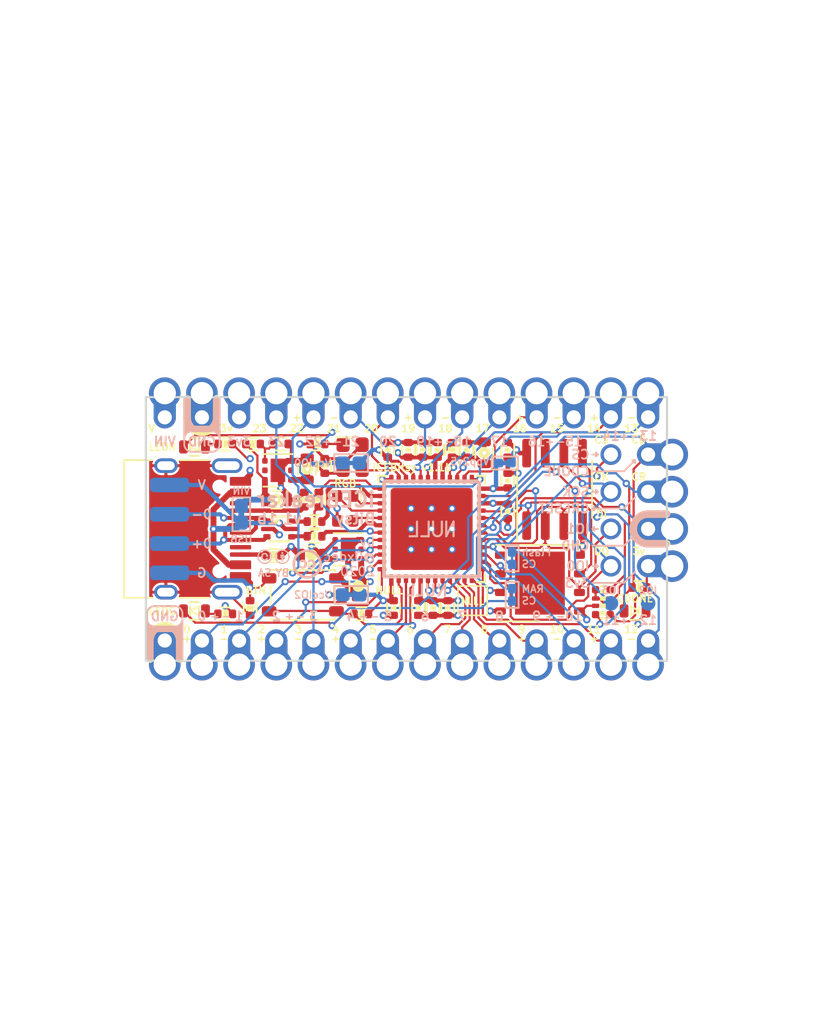
<source format=kicad_pcb>
(kicad_pcb (version 20171130) (host pcbnew "(5.1.7-0-10_14)")
  (title_block (title "iCEBreaker Bitsy") (date 2020-08-05) (rev v1.1b) (company 1BitSquared) (comment 1 "© 2018-2020 1BitSquared <info@1bitsquared.com>") (comment 2 "© 2018-2020 Piotr Esden-Tempski <piotr@esden.net>") (comment 3 "© 2020 Jordi Pakey-Rodriguez <jordi@0xdec.im>") (comment 4 "License: CC BY-SA 4.0"))
  (layers (0 F.Cu signal) (1 In1.Cu signal) (2 In2.Cu signal) (31 B.Cu signal) (34 B.Paste user) (35 F.Paste user) (36 B.SilkS user) (37 F.SilkS user) (38 B.Mask user) (39 F.Mask user) (44 Edge.Cuts user))
  (net 0 "")
  (net 1 +3V3)
  (net 2 +1V2)
  (net 3 GND)
  (net 4 /CLK)
  (net 5 /USB_N)
  (net 6 /USB_P)
  (net 7 /USB_DET)
  (net 8 /VCCIO_2)
  (net 9 /SBU2)
  (net 10 /CC1)
  (net 11 /SBU1)
  (net 12 /CC2)
  (net 13 /SHIELD)
  (net 14 VIN)
  (net 15 VBUS)
  (net 16 "Net-(U2-Pad5)")
  (net 17 "Net-(U2-Pad2)")
  (net 18 "Net-(U3-Pad5)")
  (net 19 "Net-(U3-Pad2)")
  (net 20 /xD+)
  (net 21 /xD-)
  (net 22 /iD+)
  (net 23 /iD-)
  (net 24 /CLK_EN)
  (net 25 /3V3_EN)
  (net 26 /VCCPLL)
  (net 27 /VPP_2V5)
  (net 28 /~RGB0)
  (net 29 /~RGB1)
  (net 30 /~RGB2)
  (net 31 "Net-(D1-PadA)")
  (net 32 "Net-(D2-PadA)")
  (net 33 /VCCIO_0)
  (net 34 /IOB_0a)
  (net 35 /IOB_2a)
  (net 36 /IOB_3b_G6)
  (net 37 /IOB_4a)
  (net 38 /IOB_5b)
  (net 39 /IOB_8a)
  (net 40 /IOB_9b)
  (net 41 /IOT_37a)
  (net 42 /IOT_38b)
  (net 43 /IOT_39a)
  (net 44 /IOT_41a)
  (net 45 /IOT_42b)
  (net 46 /IOT_43a)
  (net 47 /IOT_44b)
  (net 48 /IOT_48b)
  (net 49 /IOB_16a)
  (net 50 /IOB_23b)
  (net 51 /IOB_25b_G3)
  (net 52 /IOB_22a)
  (net 53 /IOB_20a)
  (net 54 /IOB_18a)
  (net 55 /IOT_36b-~LEDR)
  (net 56 /IOB_13b-~LEDG)
  (net 57 /CDONE)
  (net 58 /IOB_24a)
  (net 59 /IOT_49a)
  (net 60 /SPI_~CS)
  (net 61 /SPI_SCK)
  (net 62 /SPI_MISO-IO1)
  (net 63 /SPI_MOSI-IO0)
  (net 64 /SPI_~HLD~-IO3)
  (net 65 /SPI_~WP~-IO2)
  (net 66 /RAM_~CS)
  (net 67 /FLASH_~CS)
  (net 68 /~CRESET)
  (net 69 /~BTN)
  (module pkl_connectors:USB_C_Receptacle_HRO_TYPE-C-31-M-12 (layer F.Cu) (at 34.62 50 270)
    (fp_text reference J1 hide)
    (fp_text value USB_C hide)
    (pad S1 thru_hole oval (at 4.32 1.05 270) (size 1 1.6) (drill oval 0.6 1.2) (layers *.Cu *.Mask F.Paste) (net 13 /SHIELD))
    (pad "" np_thru_hole circle (at 2.89 -2.6 270) (size 0.65 0.65) (drill 0.65) (layers *.Cu *.Mask))
    (pad S1 thru_hole oval (at -4.32 1.05 270) (size 1 1.6) (drill oval 0.6 1.2) (layers *.Cu *.Mask F.Paste) (net 13 /SHIELD))
    (pad "" np_thru_hole circle (at -2.89 -2.6 270) (size 0.65 0.65) (drill 0.65) (layers *.Cu *.Mask))
    (pad S1 thru_hole oval (at -4.32 -3.13 270) (size 1 2.1) (drill oval 0.6 1.7) (layers *.Cu *.Mask F.Paste) (net 13 /SHIELD))
    (pad S1 thru_hole oval (at 4.32 -3.13 270) (size 1 2.1) (drill oval 0.6 1.7) (layers *.Cu *.Mask F.Paste) (net 13 /SHIELD))
    (pad A6 smd roundrect (at -0.25 -4.045 270) (size 0.3 1.45) (layers F.Cu F.Paste F.Mask) (net 20 /xD+))
    (pad B5 smd roundrect (at 1.75 -4.045 270) (size 0.3 1.45) (layers F.Cu F.Paste F.Mask) (net 12 /CC2))
    (pad A8 smd roundrect (at 1.25 -4.045 270) (size 0.3 1.45) (layers F.Cu F.Paste F.Mask) (net 11 /SBU1))
    (pad B6 smd roundrect (at 0.75 -4.045 270) (size 0.3 1.45) (layers F.Cu F.Paste F.Mask) (net 20 /xD+))
    (pad A7 smd roundrect (at 0.25 -4.045 270) (size 0.3 1.45) (layers F.Cu F.Paste F.Mask) (net 21 /xD-))
    (pad B7 smd roundrect (at -0.75 -4.045 270) (size 0.3 1.45) (layers F.Cu F.Paste F.Mask) (net 21 /xD-))
    (pad A5 smd roundrect (at -1.25 -4.045 270) (size 0.3 1.45) (layers F.Cu F.Paste F.Mask) (net 10 /CC1))
    (pad B8 smd roundrect (at -1.75 -4.045 270) (size 0.3 1.45) (layers F.Cu F.Paste F.Mask) (net 9 /SBU2))
    (pad A12 smd roundrect (at 3.25 -4.045 270) (size 0.6 1.45) (layers F.Cu F.Paste F.Mask) (roundrect_rratio 0.125) (net 3 GND))
    (pad B4 smd roundrect (at 2.45 -4.045 270) (size 0.6 1.45) (layers F.Cu F.Paste F.Mask) (roundrect_rratio 0.125) (net 15 VBUS))
    (pad A4 smd roundrect (at -2.45 -4.045 270) (size 0.6 1.45) (layers F.Cu F.Paste F.Mask) (roundrect_rratio 0.125) (net 15 VBUS))
    (pad A1 smd roundrect (at -3.25 -4.045 270) (size 0.6 1.45) (layers F.Cu F.Paste F.Mask) (roundrect_rratio 0.125) (net 3 GND))
    (pad B12 smd roundrect (at -3.25 -4.045 270) (size 0.6 1.45) (layers F.Cu F.Paste F.Mask) (roundrect_rratio 0.125) (net 3 GND))
    (pad B9 smd roundrect (at -2.45 -4.045 270) (size 0.6 1.45) (layers F.Cu F.Paste F.Mask) (roundrect_rratio 0.125) (net 15 VBUS))
    (pad A9 smd roundrect (at 2.45 -4.045 270) (size 0.6 1.45) (layers F.Cu F.Paste F.Mask) (roundrect_rratio 0.125) (net 15 VBUS))
    (pad B1 smd roundrect (at 3.25 -4.045 270) (size 0.6 1.45) (layers F.Cu F.Paste F.Mask) (roundrect_rratio 0.125) (net 3 GND))
  )
  (module pkl_logos:null_Logo_SilkS_2mm (layer F.Cu) (at 54.52 54.9)
    (fp_text reference REF** hide)
    (fp_text value null_Logo_SilkS_2mm hide)
  )
  (module pkl_logos:null_Logo_SilkS_6.5mm (layer B.Cu) (at 51.72 50 180)
    (fp_text reference LOGO1 hide)
    (fp_text value 1BitSquared hide)
  )
  (module pkl_dipol:D_0603 (layer F.Cu) (at 65.62 55.6 180)
    (fp_text reference D3)
    (fp_text value BLU hide)
    (pad A smd roundrect (at 0.75 0) (size 0.6 0.9) (layers F.Cu F.Paste F.Mask) (net 57 /CDONE))
    (pad C smd roundrect (at -0.75 0) (size 0.6 0.9) (layers F.Cu F.Paste F.Mask) (net 3 GND))
  )
  (module pkl_dipol:R_0402 (layer F.Cu) (at 65.92 54)
    (fp_text reference R13)
    (fp_text value 2k2 hide)
    (pad 2 smd roundrect (at 0.5 0) (size 0.5 0.6) (layers F.Cu F.Paste F.Mask) (net 1 +3V3))
    (pad 1 smd roundrect (at -0.5 0) (size 0.5 0.6) (layers F.Cu F.Paste F.Mask) (net 57 /CDONE))
  )
  (module pkl_led:LED_TRI_2020 (layer F.Cu) (at 45.82 48.6 270)
    (fp_text reference D4)
    (fp_text value FM-B2020RGBA-HG hide)
    (pad 1 smd roundrect (at -0.85 -0.55 270) (size 0.8 0.7) (layers F.Cu F.Paste F.Mask) (net 28 /~RGB0))
    (pad 2 smd roundrect (at 0.85 -0.55 270) (size 0.8 0.7) (layers F.Cu F.Paste F.Mask) (net 30 /~RGB2))
    (pad 3 smd roundrect (at 0.85 0.55 270) (size 0.8 0.7) (layers F.Cu F.Paste F.Mask) (net 1 +3V3))
    (pad 4 smd roundrect (at -0.85 0.55 270) (size 0.8 0.7) (layers F.Cu F.Paste F.Mask) (net 29 /~RGB1))
  )
  (module pkl_pin_headers:Pin_Header_Straight_Round_1x01 (layer F.Cu) (at 63.97 52.54)
    (fp_text reference P39 hide)
    (fp_text value MOSI hide)
    (pad 1 thru_hole circle (at 0 0) (size 1.4224 1.4224) (drill 0.9652) (layers *.Cu *.Mask) (net 63 /SPI_MOSI-IO0))
  )
  (module pkl_pin_headers:Pin_Header_Straight_Round_1x01 (layer F.Cu) (at 63.97 50)
    (fp_text reference P38 hide)
    (fp_text value MISO hide)
    (pad 1 thru_hole circle (at 0 0) (size 1.4224 1.4224) (drill 0.9652) (layers *.Cu *.Mask) (net 62 /SPI_MISO-IO1))
  )
  (module pkl_pin_headers:Pin_Header_Straight_Round_1x01 (layer F.Cu) (at 63.97 47.46)
    (fp_text reference P37 hide)
    (fp_text value SCK hide)
    (pad 1 thru_hole circle (at 0 0) (size 1.4224 1.4224) (drill 0.9652) (layers *.Cu *.Mask) (net 61 /SPI_SCK))
  )
  (module pkl_pin_headers:Pin_Header_Straight_Round_1x01 (layer F.Cu) (at 63.97 44.92)
    (fp_text reference P36 hide)
    (fp_text value CS hide)
    (pad 1 thru_hole circle (at 0 0) (size 1.4224 1.4224) (drill 0.9652) (layers *.Cu *.Mask) (net 60 /SPI_~CS))
  )
  (module Package_SON:WSON-8-1EP_6x5mm_P1.27mm_EP3.4x4.3mm (layer F.Cu) (at 59.12 53.7 180)
    (fp_text reference U5 hide)
    (fp_text value W25Q128JVxxM hide)
    (pad 1 smd roundrect (at -2.7 -1.905 180) (size 0.75 0.5) (layers F.Cu F.Paste F.Mask) (net 67 /FLASH_~CS))
    (pad 2 smd roundrect (at -2.7 -0.635 180) (size 0.75 0.5) (layers F.Cu F.Paste F.Mask) (net 62 /SPI_MISO-IO1))
    (pad 3 smd roundrect (at -2.7 0.635 180) (size 0.75 0.5) (layers F.Cu F.Paste F.Mask) (net 65 /SPI_~WP~-IO2))
    (pad 4 smd roundrect (at -2.7 1.905 180) (size 0.75 0.5) (layers F.Cu F.Paste F.Mask) (net 3 GND))
    (pad 5 smd roundrect (at 2.7 1.905 180) (size 0.75 0.5) (layers F.Cu F.Paste F.Mask) (net 63 /SPI_MOSI-IO0))
    (pad 6 smd roundrect (at 2.7 0.635 180) (size 0.75 0.5) (layers F.Cu F.Paste F.Mask) (net 61 /SPI_SCK))
    (pad 7 smd roundrect (at 2.7 -0.635 180) (size 0.75 0.5) (layers F.Cu F.Paste F.Mask) (net 64 /SPI_~HLD~-IO3))
    (pad 8 smd roundrect (at 2.7 -1.905 180) (size 0.75 0.5) (layers F.Cu F.Paste F.Mask) (net 1 +3V3))
    (pad 9 smd rect (at 0 0 180) (size 3.4 4.3) (layers F.Cu F.Mask))
  )
  (module pkl_pads:PAD_SMD_R_1x1 (layer B.Cu) (at 66.51 55.08)
    (fp_text reference P41 hide)
    (fp_text value IO2 hide)
    (pad 1 smd oval (at 0 0) (size 1 1) (layers B.Cu B.Mask) (net 65 /SPI_~WP~-IO2))
  )
  (module pkl_pads:PAD_SMD_R_1x1 (layer B.Cu) (at 63.97 55.08)
    (fp_text reference P40 hide)
    (fp_text value IO3 hide)
    (pad 1 smd oval (at 0 0) (size 1 1) (layers B.Cu B.Mask) (net 64 /SPI_~HLD~-IO3))
  )
  (module pkl_dipol:R_Array_Convex_4x0402 (layer F.Cu) (at 63.42 55 180)
    (fp_text reference R9)
    (fp_text value 10k hide)
    (pad 3 smd roundrect (at -0.5 -0.25 180) (size 0.5 0.3) (layers F.Cu F.Paste F.Mask) (net 1 +3V3))
    (pad 5 smd roundrect (at -0.5 0.25 180) (size 0.5 0.3) (layers F.Cu F.Paste F.Mask) (net 68 /~CRESET))
    (pad 1 smd roundrect (at -0.5 -0.85 180) (size 0.5 0.5) (layers F.Cu F.Paste F.Mask) (net 1 +3V3))
    (pad 7 smd roundrect (at -0.5 0.85 180) (size 0.5 0.5) (layers F.Cu F.Paste F.Mask) (net 66 /RAM_~CS))
    (pad 2 smd roundrect (at 0.5 -0.85 180) (size 0.5 0.5) (layers F.Cu F.Paste F.Mask) (net 61 /SPI_SCK))
    (pad 4 smd roundrect (at 0.5 -0.25 180) (size 0.5 0.3) (layers F.Cu F.Paste F.Mask) (net 67 /FLASH_~CS))
    (pad 6 smd roundrect (at 0.5 0.25 180) (size 0.5 0.3) (layers F.Cu F.Paste F.Mask) (net 1 +3V3))
    (pad 8 smd roundrect (at 0.5 0.85 180) (size 0.5 0.5) (layers F.Cu F.Paste F.Mask) (net 1 +3V3))
  )
  (module pkl_pin_headers:Pin_Header_Straight_Round_1x01_Castellated (layer F.Cu) (at 58.89 57.62)
    (fp_text reference P9 hide)
    (fp_text value 9 hide)
    (pad 1 smd rect (at 0 0.635) (size 1.524 1.27) (layers B.Cu B.Mask) (net 52 /IOB_22a))
    (pad 1 smd rect (at 0 0.635) (size 1.524 1.27) (layers F.Cu F.Mask) (net 52 /IOB_22a))
    (pad 1 thru_hole circle (at 0 1.651) (size 2.159 2.159) (drill 1.524) (layers *.Cu *.Mask) (net 52 /IOB_22a))
    (pad 1 thru_hole circle (at 0 0) (size 1.524 1.524) (drill 0.9652) (layers *.Cu *.Mask) (net 52 /IOB_22a))
  )
  (module pkl_pin_headers:Pin_Header_Straight_Round_1x01_Castellated (layer F.Cu) (at 56.35 57.62)
    (fp_text reference P8 hide)
    (fp_text value 8 hide)
    (pad 1 smd rect (at 0 0.635) (size 1.524 1.27) (layers B.Cu B.Mask) (net 53 /IOB_20a))
    (pad 1 smd rect (at 0 0.635) (size 1.524 1.27) (layers F.Cu F.Mask) (net 53 /IOB_20a))
    (pad 1 thru_hole circle (at 0 1.651) (size 2.159 2.159) (drill 1.524) (layers *.Cu *.Mask) (net 53 /IOB_20a))
    (pad 1 thru_hole circle (at 0 0) (size 1.524 1.524) (drill 0.9652) (layers *.Cu *.Mask) (net 53 /IOB_20a))
  )
  (module pkl_pin_headers:Pin_Header_Straight_Round_1x01_Castellated (layer F.Cu) (at 51.27 57.62)
    (fp_text reference P6 hide)
    (fp_text value 6 hide)
    (pad 1 smd rect (at 0 0.635) (size 1.524 1.27) (layers B.Cu B.Mask) (net 49 /IOB_16a))
    (pad 1 smd rect (at 0 0.635) (size 1.524 1.27) (layers F.Cu F.Mask) (net 49 /IOB_16a))
    (pad 1 thru_hole circle (at 0 1.651) (size 2.159 2.159) (drill 1.524) (layers *.Cu *.Mask) (net 49 /IOB_16a))
    (pad 1 thru_hole circle (at 0 0) (size 1.524 1.524) (drill 0.9652) (layers *.Cu *.Mask) (net 49 /IOB_16a))
  )
  (module pkl_pin_headers:Pin_Header_Straight_Round_1x01_Castellated (layer F.Cu) (at 53.81 57.62)
    (fp_text reference P7 hide)
    (fp_text value 7 hide)
    (pad 1 smd rect (at 0 0.635) (size 1.524 1.27) (layers B.Cu B.Mask) (net 54 /IOB_18a))
    (pad 1 smd rect (at 0 0.635) (size 1.524 1.27) (layers F.Cu F.Mask) (net 54 /IOB_18a))
    (pad 1 thru_hole circle (at 0 1.651) (size 2.159 2.159) (drill 1.524) (layers *.Cu *.Mask) (net 54 /IOB_18a))
    (pad 1 thru_hole circle (at 0 0) (size 1.524 1.524) (drill 0.9652) (layers *.Cu *.Mask) (net 54 /IOB_18a))
  )
  (module pkl_pin_headers:Pin_Header_Straight_Round_1x01_Castellated (layer F.Cu) (at 48.73 57.62)
    (fp_text reference P5 hide)
    (fp_text value 5 hide)
    (pad 1 smd rect (at 0 0.635) (size 1.524 1.27) (layers B.Cu B.Mask) (net 40 /IOB_9b))
    (pad 1 smd rect (at 0 0.635) (size 1.524 1.27) (layers F.Cu F.Mask) (net 40 /IOB_9b))
    (pad 1 thru_hole circle (at 0 1.651) (size 2.159 2.159) (drill 1.524) (layers *.Cu *.Mask) (net 40 /IOB_9b))
    (pad 1 thru_hole circle (at 0 0) (size 1.524 1.524) (drill 0.9652) (layers *.Cu *.Mask) (net 40 /IOB_9b))
  )
  (module pkl_pin_headers:Pin_Header_Straight_Round_1x01_Castellated (layer F.Cu) (at 43.65 57.62)
    (fp_text reference P3 hide)
    (fp_text value 3 hide)
    (pad 1 smd rect (at 0 0.635) (size 1.524 1.27) (layers B.Cu B.Mask) (net 38 /IOB_5b))
    (pad 1 smd rect (at 0 0.635) (size 1.524 1.27) (layers F.Cu F.Mask) (net 38 /IOB_5b))
    (pad 1 thru_hole circle (at 0 1.651) (size 2.159 2.159) (drill 1.524) (layers *.Cu *.Mask) (net 38 /IOB_5b))
    (pad 1 thru_hole circle (at 0 0) (size 1.524 1.524) (drill 0.9652) (layers *.Cu *.Mask) (net 38 /IOB_5b))
  )
  (module pkl_pin_headers:Pin_Header_Straight_Round_1x01_Castellated (layer F.Cu) (at 46.19 57.62)
    (fp_text reference P4 hide)
    (fp_text value 4 hide)
    (pad 1 smd rect (at 0 0.635) (size 1.524 1.27) (layers B.Cu B.Mask) (net 39 /IOB_8a))
    (pad 1 smd rect (at 0 0.635) (size 1.524 1.27) (layers F.Cu F.Mask) (net 39 /IOB_8a))
    (pad 1 thru_hole circle (at 0 1.651) (size 2.159 2.159) (drill 1.524) (layers *.Cu *.Mask) (net 39 /IOB_8a))
    (pad 1 thru_hole circle (at 0 0) (size 1.524 1.524) (drill 0.9652) (layers *.Cu *.Mask) (net 39 /IOB_8a))
  )
  (module pkl_pin_headers:Pin_Header_Straight_Round_1x01_Castellated (layer F.Cu) (at 38.57 57.62)
    (fp_text reference P1 hide)
    (fp_text value 1 hide)
    (pad 1 smd rect (at 0 0.635) (size 1.524 1.27) (layers B.Cu B.Mask) (net 36 /IOB_3b_G6))
    (pad 1 smd rect (at 0 0.635) (size 1.524 1.27) (layers F.Cu F.Mask) (net 36 /IOB_3b_G6))
    (pad 1 thru_hole circle (at 0 1.651) (size 2.159 2.159) (drill 1.524) (layers *.Cu *.Mask) (net 36 /IOB_3b_G6))
    (pad 1 thru_hole circle (at 0 0) (size 1.524 1.524) (drill 0.9652) (layers *.Cu *.Mask) (net 36 /IOB_3b_G6))
  )
  (module pkl_pin_headers:Pin_Header_Straight_Round_1x01_Castellated (layer F.Cu) (at 41.11 57.62)
    (fp_text reference P2 hide)
    (fp_text value 2 hide)
    (pad 1 smd rect (at 0 0.635) (size 1.524 1.27) (layers B.Cu B.Mask) (net 37 /IOB_4a))
    (pad 1 smd rect (at 0 0.635) (size 1.524 1.27) (layers F.Cu F.Mask) (net 37 /IOB_4a))
    (pad 1 thru_hole circle (at 0 1.651) (size 2.159 2.159) (drill 1.524) (layers *.Cu *.Mask) (net 37 /IOB_4a))
    (pad 1 thru_hole circle (at 0 0) (size 1.524 1.524) (drill 0.9652) (layers *.Cu *.Mask) (net 37 /IOB_4a))
  )
  (module pkl_pin_headers:Pin_Header_Straight_Round_1x01_Castellated (layer F.Cu) (at 36.03 57.62)
    (fp_text reference P0 hide)
    (fp_text value 0 hide)
    (pad 1 smd rect (at 0 0.635) (size 1.524 1.27) (layers B.Cu B.Mask) (net 35 /IOB_2a))
    (pad 1 smd rect (at 0 0.635) (size 1.524 1.27) (layers F.Cu F.Mask) (net 35 /IOB_2a))
    (pad 1 thru_hole circle (at 0 1.651) (size 2.159 2.159) (drill 1.524) (layers *.Cu *.Mask) (net 35 /IOB_2a))
    (pad 1 thru_hole circle (at 0 0) (size 1.524 1.524) (drill 0.9652) (layers *.Cu *.Mask) (net 35 /IOB_2a))
  )
  (module pkl_pin_headers:Pin_Header_Straight_Round_1x01_Castellated (layer F.Cu) (at 58.89 42.38 180)
    (fp_text reference P16 hide)
    (fp_text value 16 hide)
    (pad 1 smd rect (at 0 0.635 180) (size 1.524 1.27) (layers B.Cu B.Mask) (net 43 /IOT_39a))
    (pad 1 smd rect (at 0 0.635 180) (size 1.524 1.27) (layers F.Cu F.Mask) (net 43 /IOT_39a))
    (pad 1 thru_hole circle (at 0 1.651 180) (size 2.159 2.159) (drill 1.524) (layers *.Cu *.Mask) (net 43 /IOT_39a))
    (pad 1 thru_hole circle (at 0 0 180) (size 1.524 1.524) (drill 0.9652) (layers *.Cu *.Mask) (net 43 /IOT_39a))
  )
  (module pkl_pin_headers:Pin_Header_Straight_Round_1x01_Castellated (layer F.Cu) (at 66.51 47.46 90)
    (fp_text reference P31 hide)
    (fp_text value CRESET hide)
    (pad 1 smd rect (at 0 0.635 90) (size 1.524 1.27) (layers B.Cu B.Mask) (net 68 /~CRESET))
    (pad 1 smd rect (at 0 0.635 90) (size 1.524 1.27) (layers F.Cu F.Mask) (net 68 /~CRESET))
    (pad 1 thru_hole circle (at 0 1.651 90) (size 2.159 2.159) (drill 1.524) (layers *.Cu *.Mask) (net 68 /~CRESET))
    (pad 1 thru_hole circle (at 0 0 90) (size 1.524 1.524) (drill 0.9652) (layers *.Cu *.Mask) (net 68 /~CRESET))
  )
  (module pkl_pin_headers:Pin_Header_Straight_Round_1x01_Castellated (layer F.Cu) (at 66.51 44.92 90)
    (fp_text reference P30 hide)
    (fp_text value CDONE hide)
    (pad 1 smd rect (at 0 0.635 90) (size 1.524 1.27) (layers B.Cu B.Mask) (net 57 /CDONE))
    (pad 1 smd rect (at 0 0.635 90) (size 1.524 1.27) (layers F.Cu F.Mask) (net 57 /CDONE))
    (pad 1 thru_hole circle (at 0 1.651 90) (size 2.159 2.159) (drill 1.524) (layers *.Cu *.Mask) (net 57 /CDONE))
    (pad 1 thru_hole circle (at 0 0 90) (size 1.524 1.524) (drill 0.9652) (layers *.Cu *.Mask) (net 57 /CDONE))
  )
  (module pkl_pin_headers:Pin_Header_Straight_Round_1x01_Castellated (layer F.Cu) (at 61.43 57.62)
    (fp_text reference P10 hide)
    (fp_text value 10 hide)
    (pad 1 smd rect (at 0 0.635) (size 1.524 1.27) (layers B.Cu B.Mask) (net 50 /IOB_23b))
    (pad 1 smd rect (at 0 0.635) (size 1.524 1.27) (layers F.Cu F.Mask) (net 50 /IOB_23b))
    (pad 1 thru_hole circle (at 0 1.651) (size 2.159 2.159) (drill 1.524) (layers *.Cu *.Mask) (net 50 /IOB_23b))
    (pad 1 thru_hole circle (at 0 0) (size 1.524 1.524) (drill 0.9652) (layers *.Cu *.Mask) (net 50 /IOB_23b))
  )
  (module pkl_pin_headers:Pin_Header_Straight_Round_1x01_Castellated (layer F.Cu) (at 63.97 57.62)
    (fp_text reference P11 hide)
    (fp_text value 11 hide)
    (pad 1 smd rect (at 0 0.635) (size 1.524 1.27) (layers B.Cu B.Mask) (net 58 /IOB_24a))
    (pad 1 smd rect (at 0 0.635) (size 1.524 1.27) (layers F.Cu F.Mask) (net 58 /IOB_24a))
    (pad 1 thru_hole circle (at 0 1.651) (size 2.159 2.159) (drill 1.524) (layers *.Cu *.Mask) (net 58 /IOB_24a))
    (pad 1 thru_hole circle (at 0 0) (size 1.524 1.524) (drill 0.9652) (layers *.Cu *.Mask) (net 58 /IOB_24a))
  )
  (module pkl_pin_headers:Pin_Header_Straight_Round_1x01_Castellated (layer F.Cu) (at 66.51 57.62)
    (fp_text reference P12 hide)
    (fp_text value 12 hide)
    (pad 1 smd rect (at 0 0.635) (size 1.524 1.27) (layers B.Cu B.Mask) (net 51 /IOB_25b_G3))
    (pad 1 smd rect (at 0 0.635) (size 1.524 1.27) (layers F.Cu F.Mask) (net 51 /IOB_25b_G3))
    (pad 1 thru_hole circle (at 0 1.651) (size 2.159 2.159) (drill 1.524) (layers *.Cu *.Mask) (net 51 /IOB_25b_G3))
    (pad 1 thru_hole circle (at 0 0) (size 1.524 1.524) (drill 0.9652) (layers *.Cu *.Mask) (net 51 /IOB_25b_G3))
  )
  (module pkl_pin_headers:Pin_Header_Straight_Round_1x01_Castellated (layer F.Cu) (at 63.97 42.38 180)
    (fp_text reference P14 hide)
    (fp_text value 14 hide)
    (pad 1 smd rect (at 0 0.635 180) (size 1.524 1.27) (layers B.Cu B.Mask) (net 41 /IOT_37a))
    (pad 1 smd rect (at 0 0.635 180) (size 1.524 1.27) (layers F.Cu F.Mask) (net 41 /IOT_37a))
    (pad 1 thru_hole circle (at 0 1.651 180) (size 2.159 2.159) (drill 1.524) (layers *.Cu *.Mask) (net 41 /IOT_37a))
    (pad 1 thru_hole circle (at 0 0 180) (size 1.524 1.524) (drill 0.9652) (layers *.Cu *.Mask) (net 41 /IOT_37a))
  )
  (module pkl_pin_headers:Pin_Header_Straight_Round_1x01_Castellated (layer F.Cu) (at 66.51 42.38 180)
    (fp_text reference P13 hide)
    (fp_text value 13 hide)
    (pad 1 smd rect (at 0 0.635 180) (size 1.524 1.27) (layers B.Cu B.Mask) (net 55 /IOT_36b-~LEDR))
    (pad 1 smd rect (at 0 0.635 180) (size 1.524 1.27) (layers F.Cu F.Mask) (net 55 /IOT_36b-~LEDR))
    (pad 1 thru_hole circle (at 0 1.651 180) (size 2.159 2.159) (drill 1.524) (layers *.Cu *.Mask) (net 55 /IOT_36b-~LEDR))
    (pad 1 thru_hole circle (at 0 0 180) (size 1.524 1.524) (drill 0.9652) (layers *.Cu *.Mask) (net 55 /IOT_36b-~LEDR))
  )
  (module pkl_pin_headers:Pin_Header_Straight_Round_1x01_Castellated (layer F.Cu) (at 41.11 42.38 180)
    (fp_text reference P23 hide)
    (fp_text value 23 hide)
    (pad 1 smd rect (at 0 0.635 180) (size 1.524 1.27) (layers B.Cu B.Mask) (net 34 /IOB_0a))
    (pad 1 smd rect (at 0 0.635 180) (size 1.524 1.27) (layers F.Cu F.Mask) (net 34 /IOB_0a))
    (pad 1 thru_hole circle (at 0 1.651 180) (size 2.159 2.159) (drill 1.524) (layers *.Cu *.Mask) (net 34 /IOB_0a))
    (pad 1 thru_hole circle (at 0 0 180) (size 1.524 1.524) (drill 0.9652) (layers *.Cu *.Mask) (net 34 /IOB_0a))
  )
  (module pkl_pin_headers:Pin_Header_Straight_Round_1x01_Castellated (layer F.Cu) (at 43.65 42.38 180)
    (fp_text reference P22 hide)
    (fp_text value 22 hide)
    (pad 1 smd rect (at 0 0.635 180) (size 1.524 1.27) (layers B.Cu B.Mask) (net 59 /IOT_49a))
    (pad 1 smd rect (at 0 0.635 180) (size 1.524 1.27) (layers F.Cu F.Mask) (net 59 /IOT_49a))
    (pad 1 thru_hole circle (at 0 1.651 180) (size 2.159 2.159) (drill 1.524) (layers *.Cu *.Mask) (net 59 /IOT_49a))
    (pad 1 thru_hole circle (at 0 0 180) (size 1.524 1.524) (drill 0.9652) (layers *.Cu *.Mask) (net 59 /IOT_49a))
  )
  (module pkl_pin_headers:Pin_Header_Straight_Round_1x01_Castellated (layer F.Cu) (at 46.19 42.38 180)
    (fp_text reference P21 hide)
    (fp_text value 21 hide)
    (pad 1 smd rect (at 0 0.635 180) (size 1.524 1.27) (layers B.Cu B.Mask) (net 48 /IOT_48b))
    (pad 1 smd rect (at 0 0.635 180) (size 1.524 1.27) (layers F.Cu F.Mask) (net 48 /IOT_48b))
    (pad 1 thru_hole circle (at 0 1.651 180) (size 2.159 2.159) (drill 1.524) (layers *.Cu *.Mask) (net 48 /IOT_48b))
    (pad 1 thru_hole circle (at 0 0 180) (size 1.524 1.524) (drill 0.9652) (layers *.Cu *.Mask) (net 48 /IOT_48b))
  )
  (module pkl_pin_headers:Pin_Header_Straight_Round_1x01_Castellated (layer F.Cu) (at 48.73 42.38 180)
    (fp_text reference P20 hide)
    (fp_text value 20 hide)
    (pad 1 smd rect (at 0 0.635 180) (size 1.524 1.27) (layers B.Cu B.Mask) (net 47 /IOT_44b))
    (pad 1 smd rect (at 0 0.635 180) (size 1.524 1.27) (layers F.Cu F.Mask) (net 47 /IOT_44b))
    (pad 1 thru_hole circle (at 0 1.651 180) (size 2.159 2.159) (drill 1.524) (layers *.Cu *.Mask) (net 47 /IOT_44b))
    (pad 1 thru_hole circle (at 0 0 180) (size 1.524 1.524) (drill 0.9652) (layers *.Cu *.Mask) (net 47 /IOT_44b))
  )
  (module pkl_pin_headers:Pin_Header_Straight_Round_1x01_Castellated (layer F.Cu) (at 51.27 42.38 180)
    (fp_text reference P19 hide)
    (fp_text value 19 hide)
    (pad 1 smd rect (at 0 0.635 180) (size 1.524 1.27) (layers B.Cu B.Mask) (net 46 /IOT_43a))
    (pad 1 smd rect (at 0 0.635 180) (size 1.524 1.27) (layers F.Cu F.Mask) (net 46 /IOT_43a))
    (pad 1 thru_hole circle (at 0 1.651 180) (size 2.159 2.159) (drill 1.524) (layers *.Cu *.Mask) (net 46 /IOT_43a))
    (pad 1 thru_hole circle (at 0 0 180) (size 1.524 1.524) (drill 0.9652) (layers *.Cu *.Mask) (net 46 /IOT_43a))
  )
  (module pkl_pin_headers:Pin_Header_Straight_Round_1x01_Castellated (layer F.Cu) (at 56.35 42.38 180)
    (fp_text reference P17 hide)
    (fp_text value 17 hide)
    (pad 1 smd rect (at 0 0.635 180) (size 1.524 1.27) (layers B.Cu B.Mask) (net 44 /IOT_41a))
    (pad 1 smd rect (at 0 0.635 180) (size 1.524 1.27) (layers F.Cu F.Mask) (net 44 /IOT_41a))
    (pad 1 thru_hole circle (at 0 1.651 180) (size 2.159 2.159) (drill 1.524) (layers *.Cu *.Mask) (net 44 /IOT_41a))
    (pad 1 thru_hole circle (at 0 0 180) (size 1.524 1.524) (drill 0.9652) (layers *.Cu *.Mask) (net 44 /IOT_41a))
  )
  (module pkl_pin_headers:Pin_Header_Straight_Round_1x01_Castellated (layer F.Cu) (at 53.81 42.38 180)
    (fp_text reference P18 hide)
    (fp_text value 18 hide)
    (pad 1 smd rect (at 0 0.635 180) (size 1.524 1.27) (layers B.Cu B.Mask) (net 45 /IOT_42b))
    (pad 1 smd rect (at 0 0.635 180) (size 1.524 1.27) (layers F.Cu F.Mask) (net 45 /IOT_42b))
    (pad 1 thru_hole circle (at 0 1.651 180) (size 2.159 2.159) (drill 1.524) (layers *.Cu *.Mask) (net 45 /IOT_42b))
    (pad 1 thru_hole circle (at 0 0 180) (size 1.524 1.524) (drill 0.9652) (layers *.Cu *.Mask) (net 45 /IOT_42b))
  )
  (module pkl_pin_headers:Pin_Header_Straight_Round_1x01_Castellated (layer F.Cu) (at 61.43 42.38 180)
    (fp_text reference P15 hide)
    (fp_text value 15 hide)
    (pad 1 smd rect (at 0 0.635 180) (size 1.524 1.27) (layers B.Cu B.Mask) (net 42 /IOT_38b))
    (pad 1 smd rect (at 0 0.635 180) (size 1.524 1.27) (layers F.Cu F.Mask) (net 42 /IOT_38b))
    (pad 1 thru_hole circle (at 0 1.651 180) (size 2.159 2.159) (drill 1.524) (layers *.Cu *.Mask) (net 42 /IOT_38b))
    (pad 1 thru_hole circle (at 0 0 180) (size 1.524 1.524) (drill 0.9652) (layers *.Cu *.Mask) (net 42 /IOT_38b))
  )
  (module pkl_pin_headers:Pin_Header_Straight_Round_1x01_Castellated (layer F.Cu) (at 36.03 42.38 180)
    (fp_text reference P26 hide)
    (fp_text value GND hide)
    (pad 1 smd rect (at 0 0.635 180) (size 1.524 1.27) (layers B.Cu B.Mask) (net 3 GND))
    (pad 1 smd rect (at 0 0.635 180) (size 1.524 1.27) (layers F.Cu F.Mask) (net 3 GND))
    (pad 1 thru_hole circle (at 0 1.651 180) (size 2.159 2.159) (drill 1.524) (layers *.Cu *.Mask) (net 3 GND))
    (pad 1 thru_hole circle (at 0 0 180) (size 1.524 1.524) (drill 0.9652) (layers *.Cu *.Mask) (net 3 GND))
  )
  (module pkl_pin_headers:Pin_Header_Straight_Round_1x01_Castellated (layer F.Cu) (at 66.51 50 90)
    (fp_text reference P25 hide)
    (fp_text value GND hide)
    (pad 1 smd rect (at 0 0.635 90) (size 1.524 1.27) (layers B.Cu B.Mask) (net 3 GND))
    (pad 1 smd rect (at 0 0.635 90) (size 1.524 1.27) (layers F.Cu F.Mask) (net 3 GND))
    (pad 1 thru_hole circle (at 0 1.651 90) (size 2.159 2.159) (drill 1.524) (layers *.Cu *.Mask) (net 3 GND))
    (pad 1 thru_hole circle (at 0 0 90) (size 1.524 1.524) (drill 0.9652) (layers *.Cu *.Mask) (net 3 GND))
  )
  (module pkl_pin_headers:Pin_Header_Straight_Round_1x01_Castellated (layer F.Cu) (at 33.49 57.62)
    (fp_text reference P24 hide)
    (fp_text value GND hide)
    (pad 1 smd rect (at 0 0.635) (size 1.524 1.27) (layers B.Cu B.Mask) (net 3 GND))
    (pad 1 smd rect (at 0 0.635) (size 1.524 1.27) (layers F.Cu F.Mask) (net 3 GND))
    (pad 1 thru_hole circle (at 0 1.651) (size 2.159 2.159) (drill 1.524) (layers *.Cu *.Mask) (net 3 GND))
    (pad 1 thru_hole circle (at 0 0) (size 1.524 1.524) (drill 0.9652) (layers *.Cu *.Mask) (net 3 GND))
  )
  (module pkl_pin_headers:Pin_Header_Straight_Round_1x01_Castellated (layer F.Cu) (at 33.49 42.38 180)
    (fp_text reference P29 hide)
    (fp_text value VIN hide)
    (pad 1 smd rect (at 0 0.635 180) (size 1.524 1.27) (layers B.Cu B.Mask) (net 14 VIN))
    (pad 1 smd rect (at 0 0.635 180) (size 1.524 1.27) (layers F.Cu F.Mask) (net 14 VIN))
    (pad 1 thru_hole circle (at 0 1.651 180) (size 2.159 2.159) (drill 1.524) (layers *.Cu *.Mask) (net 14 VIN))
    (pad 1 thru_hole circle (at 0 0 180) (size 1.524 1.524) (drill 0.9652) (layers *.Cu *.Mask) (net 14 VIN))
  )
  (module pkl_pin_headers:Pin_Header_Straight_Round_1x01_Castellated (layer F.Cu) (at 66.51 52.54 90)
    (fp_text reference P28 hide)
    (fp_text value 3V3 hide)
    (pad 1 smd rect (at 0 0.635 90) (size 1.524 1.27) (layers B.Cu B.Mask) (net 1 +3V3))
    (pad 1 smd rect (at 0 0.635 90) (size 1.524 1.27) (layers F.Cu F.Mask) (net 1 +3V3))
    (pad 1 thru_hole circle (at 0 1.651 90) (size 2.159 2.159) (drill 1.524) (layers *.Cu *.Mask) (net 1 +3V3))
    (pad 1 thru_hole circle (at 0 0 90) (size 1.524 1.524) (drill 0.9652) (layers *.Cu *.Mask) (net 1 +3V3))
  )
  (module pkl_pin_headers:Pin_Header_Straight_Round_1x01_Castellated (layer F.Cu) (at 38.57 42.38 180)
    (fp_text reference P27 hide)
    (fp_text value 3V3 hide)
    (pad 1 smd rect (at 0 0.635 180) (size 1.524 1.27) (layers B.Cu B.Mask) (net 1 +3V3))
    (pad 1 smd rect (at 0 0.635 180) (size 1.524 1.27) (layers F.Cu F.Mask) (net 1 +3V3))
    (pad 1 thru_hole circle (at 0 1.651 180) (size 2.159 2.159) (drill 1.524) (layers *.Cu *.Mask) (net 1 +3V3))
    (pad 1 thru_hole circle (at 0 0 180) (size 1.524 1.524) (drill 0.9652) (layers *.Cu *.Mask) (net 1 +3V3))
  )
  (module pkl_pads:PAD_SMD_1x2.65_ROUNDED (layer B.Cu) (at 33.82 47)
    (fp_text reference P32)
    (fp_text value UP hide)
    (pad 1 smd roundrect (at 0 0) (size 2.65 1) (layers B.Cu B.Mask) (net 15 VBUS))
  )
  (module pkl_pads:PAD_SMD_1x2.65_ROUNDED (layer B.Cu) (at 33.82 49)
    (fp_text reference P33)
    (fp_text value UP hide)
    (pad 1 smd roundrect (at 0 0) (size 2.65 1) (layers B.Cu B.Mask) (net 21 /xD-))
  )
  (module pkl_pads:PAD_SMD_1x2.65_ROUNDED (layer B.Cu) (at 33.82 51)
    (fp_text reference P34)
    (fp_text value UP hide)
    (pad 1 smd roundrect (at 0 0) (size 2.65 1) (layers B.Cu B.Mask) (net 20 /xD+))
  )
  (module pkl_pads:PAD_SMD_1x2.65_ROUNDED (layer B.Cu) (at 33.82 53)
    (fp_text reference P35)
    (fp_text value UP hide)
    (pad 1 smd roundrect (at 0 0) (size 2.65 1) (layers B.Cu B.Mask) (net 3 GND))
  )
  (module pkl_jumpers:J_NC_0402_30 (layer B.Cu) (at 56.72 45.5 180)
    (fp_text reference JP4)
    (fp_text value Jumper hide)
    (fp_line (start -0.1 0) (end 0.1 0) (layer B.Cu) (width 0.3))
    (pad 1 smd roundrect (at -0.425 0 180) (size 0.65 0.6) (layers B.Cu B.Mask) (net 1 +3V3))
    (pad 2 smd roundrect (at 0.425 0 180) (size 0.65 0.6) (layers B.Cu B.Mask) (net 27 /VPP_2V5))
  )
  (module pkl_jumpers:J_NC_0402_15 (layer B.Cu) (at 57.22 54.5 270)
    (fp_text reference JP2)
    (fp_text value Jumper hide)
    (fp_line (start -0.1 0) (end 0.1 0) (layer B.Cu) (width 0.15))
    (pad 1 smd roundrect (at -0.425 0 270) (size 0.65 0.6) (layers B.Cu B.Mask) (net 66 /RAM_~CS))
    (pad 2 smd roundrect (at 0.425 0 270) (size 0.65 0.6) (layers B.Cu B.Mask) (net 56 /IOB_13b-~LEDG))
  )
  (module pkl_jumpers:J_NC_0603_30 (layer B.Cu) (at 46.22 45.5 180)
    (fp_text reference JP5)
    (fp_text value Jumper hide)
    (fp_line (start -0.1 0) (end 0.1 0) (layer B.Cu) (width 0.3))
    (pad 2 smd roundrect (at 0.575 0 180) (size 0.95 0.9) (layers B.Cu B.Mask) (net 1 +3V3))
    (pad 1 smd roundrect (at -0.575 0 180) (size 0.95 0.9) (layers B.Cu B.Mask) (net 33 /VCCIO_0))
  )
  (module pkl_jumpers:J_NC_0603_30 (layer B.Cu) (at 46.22 54.5 180)
    (fp_text reference JP6)
    (fp_text value Jumper hide)
    (fp_line (start -0.1 0) (end 0.1 0) (layer B.Cu) (width 0.3))
    (pad 2 smd roundrect (at 0.575 0 180) (size 0.95 0.9) (layers B.Cu B.Mask) (net 1 +3V3))
    (pad 1 smd roundrect (at -0.575 0 180) (size 0.95 0.9) (layers B.Cu B.Mask) (net 8 /VCCIO_2))
  )
  (module pkl_jumpers:J_NC_0402_15 (layer B.Cu) (at 57.22 52 270)
    (fp_text reference JP3)
    (fp_text value Jumper hide)
    (fp_line (start -0.1 0) (end 0.1 0) (layer B.Cu) (width 0.15))
    (pad 1 smd roundrect (at -0.425 0 270) (size 0.65 0.6) (layers B.Cu B.Mask) (net 67 /FLASH_~CS))
    (pad 2 smd roundrect (at 0.425 0 270) (size 0.65 0.6) (layers B.Cu B.Mask) (net 60 /SPI_~CS))
  )
  (module pkl_housings_dfn_qfn:QFN-48-1EP_7x7mm_Pitch0.5mm (layer F.Cu) (at 51.72 50 90)
    (fp_text reference U6)
    (fp_text value ICE40UP5K-SG48 hide)
    (pad 49 smd roundrect (at 0 0 90) (size 5.6 5.6) (layers F.Cu F.Mask) (roundrect_rratio 0.045) (net 3 GND))
    (pad 49 thru_hole circle (at -1.4 -1.4 90) (size 0.5 0.5) (drill 0.3) (layers *.Cu) (net 3 GND))
    (pad 49 thru_hole circle (at -1.4 0 90) (size 0.5 0.5) (drill 0.3) (layers *.Cu) (net 3 GND))
    (pad 49 thru_hole circle (at -1.4 1.4 90) (size 0.5 0.5) (drill 0.3) (layers *.Cu) (net 3 GND))
    (pad 49 thru_hole circle (at 0 1.4 90) (size 0.5 0.5) (drill 0.3) (layers *.Cu) (net 3 GND))
    (pad 49 thru_hole circle (at 1.4 1.4 90) (size 0.5 0.5) (drill 0.3) (layers *.Cu) (net 3 GND))
    (pad 49 thru_hole circle (at 1.4 0 90) (size 0.5 0.5) (drill 0.3) (layers *.Cu) (net 3 GND))
    (pad 49 thru_hole circle (at 1.4 -1.4 90) (size 0.5 0.5) (drill 0.3) (layers *.Cu) (net 3 GND))
    (pad 49 thru_hole circle (at 0 -1.4 90) (size 0.5 0.5) (drill 0.3) (layers *.Cu) (net 3 GND))
    (pad 49 thru_hole circle (at 0 0 90) (size 0.5 0.5) (drill 0.3) (layers *.Cu) (net 3 GND))
    (pad 48 smd roundrect (at -2.75 -3.4 180) (size 0.6 0.3) (layers F.Cu F.Paste F.Mask) (net 37 /IOB_4a))
    (pad 47 smd roundrect (at -2.25 -3.4 180) (size 0.6 0.3) (layers F.Cu F.Paste F.Mask) (net 35 /IOB_2a))
    (pad 46 smd roundrect (at -1.75 -3.4 180) (size 0.6 0.3) (layers F.Cu F.Paste F.Mask) (net 34 /IOB_0a))
    (pad 45 smd roundrect (at -1.25 -3.4 180) (size 0.6 0.3) (layers F.Cu F.Paste F.Mask) (net 38 /IOB_5b))
    (pad 44 smd roundrect (at -0.75 -3.4 180) (size 0.6 0.3) (layers F.Cu F.Paste F.Mask) (net 36 /IOB_3b_G6))
    (pad 43 smd roundrect (at -0.25 -3.4 180) (size 0.6 0.3) (layers F.Cu F.Paste F.Mask) (net 59 /IOT_49a))
    (pad 42 smd roundrect (at 0.25 -3.4 180) (size 0.6 0.3) (layers F.Cu F.Paste F.Mask) (net 6 /USB_P))
    (pad 41 smd roundrect (at 0.75 -3.4 180) (size 0.6 0.3) (layers F.Cu F.Paste F.Mask) (net 30 /~RGB2))
    (pad 40 smd roundrect (at 1.25 -3.4 180) (size 0.6 0.3) (layers F.Cu F.Paste F.Mask) (net 29 /~RGB1))
    (pad 39 smd roundrect (at 1.75 -3.4 180) (size 0.6 0.3) (layers F.Cu F.Paste F.Mask) (net 28 /~RGB0))
    (pad 38 smd roundrect (at 2.25 -3.4 180) (size 0.6 0.3) (layers F.Cu F.Paste F.Mask) (net 5 /USB_N))
    (pad 37 smd roundrect (at 2.75 -3.4 180) (size 0.6 0.3) (layers F.Cu F.Paste F.Mask) (net 7 /USB_DET))
    (pad 36 smd roundrect (at 3.4 -2.75 90) (size 0.6 0.3) (layers F.Cu F.Paste F.Mask) (net 48 /IOT_48b))
    (pad 35 smd roundrect (at 3.4 -2.25 90) (size 0.6 0.3) (layers F.Cu F.Paste F.Mask) (net 4 /CLK))
    (pad 34 smd roundrect (at 3.4 -1.75 90) (size 0.6 0.3) (layers F.Cu F.Paste F.Mask) (net 47 /IOT_44b))
    (pad 33 smd roundrect (at 3.4 -1.25 90) (size 0.6 0.3) (layers F.Cu F.Paste F.Mask) (net 33 /VCCIO_0))
    (pad 32 smd roundrect (at 3.4 -0.75 90) (size 0.6 0.3) (layers F.Cu F.Paste F.Mask) (net 46 /IOT_43a))
    (pad 31 smd roundrect (at 3.4 -0.25 90) (size 0.6 0.3) (layers F.Cu F.Paste F.Mask) (net 45 /IOT_42b))
    (pad 30 smd roundrect (at 3.4 0.25 90) (size 0.6 0.3) (layers F.Cu F.Paste F.Mask) (net 2 +1V2))
    (pad 29 smd roundrect (at 3.4 0.75 90) (size 0.6 0.3) (layers F.Cu F.Paste F.Mask) (net 26 /VCCPLL))
    (pad 28 smd roundrect (at 3.4 1.25 90) (size 0.6 0.3) (layers F.Cu F.Paste F.Mask) (net 44 /IOT_41a))
    (pad 27 smd roundrect (at 3.4 1.75 90) (size 0.6 0.3) (layers F.Cu F.Paste F.Mask) (net 42 /IOT_38b))
    (pad 26 smd roundrect (at 3.4 2.25 90) (size 0.6 0.3) (layers F.Cu F.Paste F.Mask) (net 43 /IOT_39a))
    (pad 25 smd roundrect (at 3.4 2.75 90) (size 0.6 0.3) (layers F.Cu F.Paste F.Mask) (net 55 /IOT_36b-~LEDR))
    (pad 24 smd roundrect (at 2.75 3.4 180) (size 0.6 0.3) (layers F.Cu F.Paste F.Mask) (net 27 /VPP_2V5))
    (pad 23 smd roundrect (at 2.25 3.4 180) (size 0.6 0.3) (layers F.Cu F.Paste F.Mask) (net 41 /IOT_37a))
    (pad 22 smd roundrect (at 1.75 3.4 180) (size 0.6 0.3) (layers F.Cu F.Paste F.Mask) (net 1 +3V3))
    (pad 21 smd roundrect (at 1.25 3.4 180) (size 0.6 0.3) (layers F.Cu F.Paste F.Mask) (net 50 /IOB_23b))
    (pad 20 smd roundrect (at 0.75 3.4 180) (size 0.6 0.3) (layers F.Cu F.Paste F.Mask) (net 51 /IOB_25b_G3))
    (pad 19 smd roundrect (at 0.25 3.4 180) (size 0.6 0.3) (layers F.Cu F.Paste F.Mask) (net 64 /SPI_~HLD~-IO3))
    (pad 18 smd roundrect (at -0.25 3.4 180) (size 0.6 0.3) (layers F.Cu F.Paste F.Mask) (net 65 /SPI_~WP~-IO2))
    (pad 17 smd roundrect (at -0.75 3.4 180) (size 0.6 0.3) (layers F.Cu F.Paste F.Mask) (net 62 /SPI_MISO-IO1))
    (pad 16 smd roundrect (at -1.25 3.4 180) (size 0.6 0.3) (layers F.Cu F.Paste F.Mask) (net 60 /SPI_~CS))
    (pad 15 smd roundrect (at -1.75 3.4 180) (size 0.6 0.3) (layers F.Cu F.Paste F.Mask) (net 61 /SPI_SCK))
    (pad 14 smd roundrect (at -2.25 3.4 180) (size 0.6 0.3) (layers F.Cu F.Paste F.Mask) (net 63 /SPI_MOSI-IO0))
    (pad 13 smd roundrect (at -2.75 3.4 180) (size 0.6 0.3) (layers F.Cu F.Paste F.Mask) (net 58 /IOB_24a))
    (pad 12 smd roundrect (at -3.4 2.75 90) (size 0.6 0.3) (layers F.Cu F.Paste F.Mask) (net 52 /IOB_22a))
    (pad 11 smd roundrect (at -3.4 2.25 90) (size 0.6 0.3) (layers F.Cu F.Paste F.Mask) (net 53 /IOB_20a))
    (pad 10 smd roundrect (at -3.4 1.75 90) (size 0.6 0.3) (layers F.Cu F.Paste F.Mask) (net 54 /IOB_18a))
    (pad 9 smd roundrect (at -3.4 1.25 90) (size 0.6 0.3) (layers F.Cu F.Paste F.Mask) (net 49 /IOB_16a))
    (pad 8 smd roundrect (at -3.4 0.75 90) (size 0.6 0.3) (layers F.Cu F.Paste F.Mask) (net 68 /~CRESET))
    (pad 7 smd roundrect (at -3.4 0.25 90) (size 0.6 0.3) (layers F.Cu F.Paste F.Mask) (net 57 /CDONE))
    (pad 6 smd roundrect (at -3.4 -0.25 90) (size 0.6 0.3) (layers F.Cu F.Paste F.Mask) (net 56 /IOB_13b-~LEDG))
    (pad 5 smd roundrect (at -3.4 -0.75 90) (size 0.6 0.3) (layers F.Cu F.Paste F.Mask) (net 2 +1V2))
    (pad 4 smd roundrect (at -3.4 -1.25 90) (size 0.6 0.3) (layers F.Cu F.Paste F.Mask) (net 39 /IOB_8a))
    (pad 3 smd roundrect (at -3.4 -1.75 90) (size 0.6 0.3) (layers F.Cu F.Paste F.Mask) (net 40 /IOB_9b))
    (pad 2 smd roundrect (at -3.4 -2.25 90) (size 0.6 0.3) (layers F.Cu F.Paste F.Mask) (net 69 /~BTN))
    (pad 1 smd roundrect (at -3.4 -2.75 90) (size 0.6 0.3) (layers F.Cu F.Paste F.Mask) (net 8 /VCCIO_2))
  )
  (module pkl_dipol:R_0402 (layer F.Cu) (at 40.92 51.8 180)
    (fp_text reference R3)
    (fp_text value 5k1 hide)
    (pad 1 smd roundrect (at -0.5 0 180) (size 0.5 0.6) (layers F.Cu F.Paste F.Mask) (net 3 GND))
    (pad 2 smd roundrect (at 0.5 0 180) (size 0.5 0.6) (layers F.Cu F.Paste F.Mask) (net 12 /CC2))
  )
  (module pkl_dipol:R_0402 (layer F.Cu) (at 43.02 48 270)
    (fp_text reference R2)
    (fp_text value 5k1 hide)
    (pad 1 smd roundrect (at -0.5 0 270) (size 0.5 0.6) (layers F.Cu F.Paste F.Mask) (net 3 GND))
    (pad 2 smd roundrect (at 0.5 0 270) (size 0.5 0.6) (layers F.Cu F.Paste F.Mask) (net 10 /CC1))
  )
  (module Package_SO:SOIC-8_3.9x4.9mm_P1.27mm (layer F.Cu) (at 60.12 47.3 90)
    (fp_text reference U4 hide)
    (fp_text value LY68L6400 hide)
    (pad 1 smd roundrect (at -2.475 -1.905 90) (size 1.95 0.6) (layers F.Cu F.Paste F.Mask) (net 66 /RAM_~CS))
    (pad 2 smd roundrect (at -2.475 -0.635 90) (size 1.95 0.6) (layers F.Cu F.Paste F.Mask) (net 62 /SPI_MISO-IO1))
    (pad 3 smd roundrect (at -2.475 0.635 90) (size 1.95 0.6) (layers F.Cu F.Paste F.Mask) (net 65 /SPI_~WP~-IO2))
    (pad 4 smd roundrect (at -2.475 1.905 90) (size 1.95 0.6) (layers F.Cu F.Paste F.Mask) (net 3 GND))
    (pad 5 smd roundrect (at 2.475 1.905 90) (size 1.95 0.6) (layers F.Cu F.Paste F.Mask) (net 63 /SPI_MOSI-IO0))
    (pad 6 smd roundrect (at 2.475 0.635 90) (size 1.95 0.6) (layers F.Cu F.Paste F.Mask) (net 61 /SPI_SCK))
    (pad 7 smd roundrect (at 2.475 -0.635 90) (size 1.95 0.6) (layers F.Cu F.Paste F.Mask) (net 64 /SPI_~HLD~-IO3))
    (pad 8 smd roundrect (at 2.475 -1.905 90) (size 1.95 0.6) (layers F.Cu F.Paste F.Mask) (net 1 +3V3))
  )
  (module pkl_buttons_switches:SW_SPST_3x4x2.5 (layer F.Cu) (at 42.92 54.5)
    (fp_text reference SW1)
    (fp_text value TACT hide)
    (pad 1 smd roundrect (at -2.3 -1.125) (size 1 0.7) (layers F.Cu F.Paste F.Mask) (net 3 GND))
    (pad 1 smd roundrect (at 2.3 -1.125) (size 1 0.7) (layers F.Cu F.Paste F.Mask) (net 3 GND))
    (pad 2 smd roundrect (at -2.3 1.125) (size 1 0.7) (layers F.Cu F.Paste F.Mask) (net 69 /~BTN))
    (pad 2 smd roundrect (at 2.3 1.125) (size 1 0.7) (layers F.Cu F.Paste F.Mask) (net 69 /~BTN))
  )
  (module pkl_dipol:R_0402 (layer F.Cu) (at 44.02 48 270)
    (fp_text reference R6)
    (fp_text value 1k5 hide)
    (pad 1 smd roundrect (at -0.5 0 270) (size 0.5 0.6) (layers F.Cu F.Paste F.Mask) (net 7 /USB_DET))
    (pad 2 smd roundrect (at 0.5 0 270) (size 0.5 0.6) (layers F.Cu F.Paste F.Mask) (net 22 /iD+))
  )
  (module pkl_dipol:R_0402 (layer F.Cu) (at 43.72 49.5 180)
    (fp_text reference R4)
    (fp_text value 22E hide)
    (pad 1 smd roundrect (at -0.5 0 180) (size 0.5 0.6) (layers F.Cu F.Paste F.Mask) (net 5 /USB_N))
    (pad 2 smd roundrect (at 0.5 0 180) (size 0.5 0.6) (layers F.Cu F.Paste F.Mask) (net 23 /iD-))
  )
  (module pkl_dipol:C_0402 (layer F.Cu) (at 41.42 44.2)
    (fp_text reference C1)
    (fp_text value 1u hide)
    (pad 2 smd roundrect (at 0.5 0) (size 0.5 0.6) (layers F.Cu F.Paste F.Mask) (net 3 GND))
    (pad 1 smd roundrect (at -0.5 0) (size 0.5 0.6) (layers F.Cu F.Paste F.Mask) (net 25 /3V3_EN))
  )
  (module pkl_dipol:R_0402 (layer F.Cu) (at 39.52 44.2)
    (fp_text reference R7)
    (fp_text value 10k hide)
    (pad 1 smd roundrect (at -0.5 0) (size 0.5 0.6) (layers F.Cu F.Paste F.Mask) (net 14 VIN))
    (pad 2 smd roundrect (at 0.5 0) (size 0.5 0.6) (layers F.Cu F.Paste F.Mask) (net 25 /3V3_EN))
  )
  (module pkl_dipol:C_0402 (layer F.Cu) (at 52.82 55.4 270)
    (fp_text reference C15)
    (fp_text value 1u hide)
    (pad 2 smd roundrect (at 0.5 0 270) (size 0.5 0.6) (layers F.Cu F.Paste F.Mask) (net 3 GND))
    (pad 1 smd roundrect (at -0.5 0 270) (size 0.5 0.6) (layers F.Cu F.Paste F.Mask) (net 2 +1V2))
  )
  (module pkl_dipol:C_0402 (layer F.Cu) (at 51.82 55.4 270)
    (fp_text reference C14)
    (fp_text value 100n hide)
    (pad 2 smd roundrect (at 0.5 0 270) (size 0.5 0.6) (layers F.Cu F.Paste F.Mask) (net 3 GND))
    (pad 1 smd roundrect (at -0.5 0 270) (size 0.5 0.6) (layers F.Cu F.Paste F.Mask) (net 2 +1V2))
  )
  (module pkl_dipol:C_0402 (layer F.Cu) (at 50.82 55.4 270)
    (fp_text reference C13)
    (fp_text value 10n hide)
    (pad 2 smd roundrect (at 0.5 0 270) (size 0.5 0.6) (layers F.Cu F.Paste F.Mask) (net 3 GND))
    (pad 1 smd roundrect (at -0.5 0 270) (size 0.5 0.6) (layers F.Cu F.Paste F.Mask) (net 2 +1V2))
  )
  (module pkl_dipol:C_0402 (layer F.Cu) (at 56.92 46.7 90)
    (fp_text reference C8)
    (fp_text value 100n hide)
    (pad 1 smd roundrect (at -0.5 0 90) (size 0.5 0.6) (layers F.Cu F.Paste F.Mask) (net 27 /VPP_2V5))
    (pad 2 smd roundrect (at 0.5 0 90) (size 0.5 0.6) (layers F.Cu F.Paste F.Mask) (net 3 GND))
  )
  (module pkl_dipol:C_0402 (layer F.Cu) (at 50.12 44.6 90)
    (fp_text reference C18)
    (fp_text value 1u hide)
    (pad 2 smd roundrect (at 0.5 0 90) (size 0.5 0.6) (layers F.Cu F.Paste F.Mask) (net 3 GND))
    (pad 1 smd roundrect (at -0.5 0 90) (size 0.5 0.6) (layers F.Cu F.Paste F.Mask) (net 2 +1V2))
  )
  (module pkl_dipol:C_0402 (layer F.Cu) (at 44.42 45.7 270)
    (fp_text reference C6)
    (fp_text value 100n hide)
    (pad 2 smd roundrect (at 0.5 0 270) (size 0.5 0.6) (layers F.Cu F.Paste F.Mask) (net 3 GND))
    (pad 1 smd roundrect (at -0.5 0 270) (size 0.5 0.6) (layers F.Cu F.Paste F.Mask) (net 1 +3V3))
  )
  (module pkl_dipol:C_0402 (layer F.Cu) (at 51.12 44.6 90)
    (fp_text reference C17)
    (fp_text value 100n hide)
    (pad 2 smd roundrect (at 0.5 0 90) (size 0.5 0.6) (layers F.Cu F.Paste F.Mask) (net 3 GND))
    (pad 1 smd roundrect (at -0.5 0 90) (size 0.5 0.6) (layers F.Cu F.Paste F.Mask) (net 2 +1V2))
  )
  (module pkl_dipol:C_0402 (layer F.Cu) (at 54.12 44.6 90)
    (fp_text reference C9)
    (fp_text value 100n hide)
    (pad 1 smd roundrect (at -0.5 0 90) (size 0.5 0.6) (layers F.Cu F.Paste F.Mask) (net 26 /VCCPLL))
    (pad 2 smd roundrect (at 0.5 0 90) (size 0.5 0.6) (layers F.Cu F.Paste F.Mask) (net 3 GND))
  )
  (module pkl_dipol:C_0402 (layer F.Cu) (at 52.12 44.6 90)
    (fp_text reference C16)
    (fp_text value 10n hide)
    (pad 2 smd roundrect (at 0.5 0 90) (size 0.5 0.6) (layers F.Cu F.Paste F.Mask) (net 3 GND))
    (pad 1 smd roundrect (at -0.5 0 90) (size 0.5 0.6) (layers F.Cu F.Paste F.Mask) (net 2 +1V2))
  )
  (module pkl_dipol:C_0603 (layer F.Cu) (at 43.22 45.9 90)
    (fp_text reference C3)
    (fp_text value 4u7 hide)
    (pad 2 smd roundrect (at 0.75 0 90) (size 0.6 0.9) (layers F.Cu F.Paste F.Mask) (net 3 GND))
    (pad 1 smd roundrect (at -0.75 0 90) (size 0.6 0.9) (layers F.Cu F.Paste F.Mask) (net 1 +3V3))
  )
  (module pkl_dipol:C_0603 (layer F.Cu) (at 41.12 48)
    (fp_text reference C2)
    (fp_text value 4u7 hide)
    (pad 2 smd roundrect (at 0.75 0) (size 0.6 0.9) (layers F.Cu F.Paste F.Mask) (net 3 GND))
    (pad 1 smd roundrect (at -0.75 0) (size 0.6 0.9) (layers F.Cu F.Paste F.Mask) (net 14 VIN))
  )
  (module pkl_dipol:C_0603 (layer F.Cu) (at 43.52 51.8 180)
    (fp_text reference C4)
    (fp_text value 4u7 hide)
    (pad 2 smd roundrect (at 0.75 0 180) (size 0.6 0.9) (layers F.Cu F.Paste F.Mask) (net 3 GND))
    (pad 1 smd roundrect (at -0.75 0 180) (size 0.6 0.9) (layers F.Cu F.Paste F.Mask) (net 14 VIN))
  )
  (module pkl_dipol:C_0603 (layer F.Cu) (at 46.72 53.9 270)
    (fp_text reference C5)
    (fp_text value 4u7 hide)
    (pad 2 smd roundrect (at 0.75 0 270) (size 0.6 0.9) (layers F.Cu F.Paste F.Mask) (net 3 GND))
    (pad 1 smd roundrect (at -0.75 0 270) (size 0.6 0.9) (layers F.Cu F.Paste F.Mask) (net 2 +1V2))
  )
  (module pkl_dipol:D_0603 (layer F.Cu) (at 35.52 44.4)
    (fp_text reference D1)
    (fp_text value RED hide)
    (pad A smd roundrect (at 0.75 0 180) (size 0.6 0.9) (layers F.Cu F.Paste F.Mask) (net 31 "Net-(D1-PadA)"))
    (pad C smd roundrect (at -0.75 0 180) (size 0.6 0.9) (layers F.Cu F.Paste F.Mask) (net 55 /IOT_36b-~LEDR))
  )
  (module pkl_dipol:D_0603 (layer F.Cu) (at 35.52 55.6)
    (fp_text reference D2)
    (fp_text value GRN hide)
    (pad A smd roundrect (at 0.75 0 180) (size 0.6 0.9) (layers F.Cu F.Paste F.Mask) (net 32 "Net-(D2-PadA)"))
    (pad C smd roundrect (at -0.75 0 180) (size 0.6 0.9) (layers F.Cu F.Paste F.Mask) (net 56 /IOB_13b-~LEDG))
  )
  (module pkl_dipol:R_0402 (layer F.Cu) (at 43.92 44.2)
    (fp_text reference R8)
    (fp_text value 10k hide)
    (pad 2 smd roundrect (at 0.5 0) (size 0.5 0.6) (layers F.Cu F.Paste F.Mask) (net 24 /CLK_EN))
    (pad 1 smd roundrect (at -0.5 0) (size 0.5 0.6) (layers F.Cu F.Paste F.Mask) (net 1 +3V3))
  )
  (module pkl_dipol:R_0402 (layer F.Cu) (at 37.62 44.2)
    (fp_text reference R11)
    (fp_text value 2k2 hide)
    (pad 2 smd roundrect (at 0.5 0) (size 0.5 0.6) (layers F.Cu F.Paste F.Mask) (net 1 +3V3))
    (pad 1 smd roundrect (at -0.5 0) (size 0.5 0.6) (layers F.Cu F.Paste F.Mask) (net 31 "Net-(D1-PadA)"))
  )
  (module pkl_dipol:R_0402 (layer F.Cu) (at 37.62 55.8)
    (fp_text reference R12)
    (fp_text value 2k2 hide)
    (pad 2 smd roundrect (at 0.5 0) (size 0.5 0.6) (layers F.Cu F.Paste F.Mask) (net 1 +3V3))
    (pad 1 smd roundrect (at -0.5 0) (size 0.5 0.6) (layers F.Cu F.Paste F.Mask) (net 32 "Net-(D2-PadA)"))
  )
  (module pkl_dipol:R_0402 (layer F.Cu) (at 46.92 55.8)
    (fp_text reference R10)
    (fp_text value 10k hide)
    (pad 2 smd roundrect (at 0.5 0) (size 0.5 0.6) (layers F.Cu F.Paste F.Mask) (net 8 /VCCIO_2))
    (pad 1 smd roundrect (at -0.5 0) (size 0.5 0.6) (layers F.Cu F.Paste F.Mask) (net 69 /~BTN))
  )
  (module pkl_dipol:R_0402 (layer F.Cu) (at 53.12 44.6 90)
    (fp_text reference R14)
    (fp_text value 100E hide)
    (pad 2 smd roundrect (at 0.5 0 90) (size 0.5 0.6) (layers F.Cu F.Paste F.Mask) (net 2 +1V2))
    (pad 1 smd roundrect (at -0.5 0 90) (size 0.5 0.6) (layers F.Cu F.Paste F.Mask) (net 26 /VCCPLL))
  )
  (module pkl_dipol:R_0402 (layer F.Cu) (at 43.72 50.5 180)
    (fp_text reference R5)
    (fp_text value 22E hide)
    (pad 1 smd roundrect (at -0.5 0 180) (size 0.5 0.6) (layers F.Cu F.Paste F.Mask) (net 6 /USB_P))
    (pad 2 smd roundrect (at 0.5 0 180) (size 0.5 0.6) (layers F.Cu F.Paste F.Mask) (net 22 /iD+))
  )
  (module pkl_dipol:C_0402 (layer F.Cu) (at 48.72 44.6 90)
    (fp_text reference C10)
    (fp_text value 100n hide)
    (pad 1 smd roundrect (at -0.5 0 90) (size 0.5 0.6) (layers F.Cu F.Paste F.Mask) (net 33 /VCCIO_0))
    (pad 2 smd roundrect (at 0.5 0 90) (size 0.5 0.6) (layers F.Cu F.Paste F.Mask) (net 3 GND))
  )
  (module pkl_dipol:C_0402 (layer F.Cu) (at 56.92 48.8 270)
    (fp_text reference C11)
    (fp_text value 100n hide)
    (pad 1 smd roundrect (at -0.5 0 270) (size 0.5 0.6) (layers F.Cu F.Paste F.Mask) (net 1 +3V3))
    (pad 2 smd roundrect (at 0.5 0 270) (size 0.5 0.6) (layers F.Cu F.Paste F.Mask) (net 3 GND))
  )
  (module pkl_dipol:C_0402 (layer F.Cu) (at 49.12 55.4 270)
    (fp_text reference C12)
    (fp_text value 100n hide)
    (pad 1 smd roundrect (at -0.5 0 270) (size 0.5 0.6) (layers F.Cu F.Paste F.Mask) (net 8 /VCCIO_2))
    (pad 2 smd roundrect (at 0.5 0 270) (size 0.5 0.6) (layers F.Cu F.Paste F.Mask) (net 3 GND))
  )
  (module pkl_misc:Oscillator_SMD_SCTF_S2DXX-4Pin_2.5x2.0mm (layer F.Cu) (at 46.32 45.1 270)
    (fp_text reference X1 hide)
    (fp_text value 12MHz hide)
    (pad 4 smd roundrect (at -0.85 -0.65 270) (size 1 0.9) (layers F.Cu F.Paste F.Mask) (net 1 +3V3))
    (pad 3 smd roundrect (at 0.85 -0.65 270) (size 1 0.9) (layers F.Cu F.Paste F.Mask) (net 4 /CLK))
    (pad 2 smd roundrect (at 0.85 0.65 270) (size 1 0.9) (layers F.Cu F.Paste F.Mask) (net 3 GND))
    (pad 1 smd roundrect (at -0.85 0.65 270) (size 1 0.9) (layers F.Cu F.Paste F.Mask) (net 24 /CLK_EN))
  )
  (module Package_SON:WSON-6-1EP_2x2mm_P0.65mm_EP1x1.6mm (layer F.Cu) (at 41.22 46 180)
    (fp_text reference U2 hide)
    (fp_text value TLV75533PDRV hide)
    (pad 1 smd roundrect (at -0.8875 -0.65 180) (size 0.375 0.4) (layers F.Cu F.Paste F.Mask) (net 1 +3V3))
    (pad 2 smd roundrect (at -0.8875 0 180) (size 0.375 0.4) (layers F.Cu F.Paste F.Mask) (net 17 "Net-(U2-Pad2)"))
    (pad 3 smd roundrect (at -0.8875 0.65 180) (size 0.375 0.4) (layers F.Cu F.Paste F.Mask) (net 3 GND))
    (pad 4 smd roundrect (at 0.8875 0.65 180) (size 0.375 0.4) (layers F.Cu F.Paste F.Mask) (net 25 /3V3_EN))
    (pad 5 smd roundrect (at 0.8875 0 180) (size 0.375 0.4) (layers F.Cu F.Paste F.Mask) (net 16 "Net-(U2-Pad5)"))
    (pad 6 smd roundrect (at 0.8875 -0.65 180) (size 0.375 0.4) (layers F.Cu F.Paste F.Mask) (net 14 VIN))
    (pad 7 smd rect (at 0 0 180) (size 1 1.6) (layers F.Cu F.Mask) (net 3 GND))
  )
  (module Package_SON:WSON-6-1EP_2x2mm_P0.65mm_EP1x1.6mm (layer F.Cu) (at 46.02 51.4 180)
    (fp_text reference U3 hide)
    (fp_text value TLV75512PDRV hide)
    (pad 1 smd roundrect (at -0.8875 -0.65 180) (size 0.375 0.4) (layers F.Cu F.Paste F.Mask) (net 2 +1V2))
    (pad 2 smd roundrect (at -0.8875 0 180) (size 0.375 0.4) (layers F.Cu F.Paste F.Mask) (net 19 "Net-(U3-Pad2)"))
    (pad 3 smd roundrect (at -0.8875 0.65 180) (size 0.375 0.4) (layers F.Cu F.Paste F.Mask) (net 3 GND))
    (pad 4 smd roundrect (at 0.8875 0.65 180) (size 0.375 0.4) (layers F.Cu F.Paste F.Mask) (net 14 VIN))
    (pad 5 smd roundrect (at 0.8875 0 180) (size 0.375 0.4) (layers F.Cu F.Paste F.Mask) (net 18 "Net-(U3-Pad5)"))
    (pad 6 smd roundrect (at 0.8875 -0.65 180) (size 0.375 0.4) (layers F.Cu F.Paste F.Mask) (net 14 VIN))
    (pad 7 smd rect (at 0 0 180) (size 1 1.6) (layers F.Cu F.Mask) (net 3 GND))
  )
  (module pkl_dipol:C_0402 (layer F.Cu) (at 56.92 44.6 270)
    (fp_text reference C7)
    (fp_text value 100n hide)
    (pad 2 smd roundrect (at 0.5 0 270) (size 0.5 0.6) (layers F.Cu F.Paste F.Mask) (net 3 GND))
    (pad 1 smd roundrect (at -0.5 0 270) (size 0.5 0.6) (layers F.Cu F.Paste F.Mask) (net 1 +3V3))
  )
  (module pkl_housings_sot:SOT-666 (layer F.Cu) (at 41.32 50)
    (fp_text reference U1)
    (fp_text value USBLC6-2 hide)
    (pad 1 smd roundrect (at -0.85 -0.5375 270) (size 0.375 0.5) (layers F.Cu F.Paste F.Mask) (net 21 /xD-))
    (pad 2 smd roundrect (at -0.925 0 270) (size 0.3 0.65) (layers F.Cu F.Paste F.Mask) (net 3 GND))
    (pad 3 smd roundrect (at -0.85 0.5375 270) (size 0.375 0.5) (layers F.Cu F.Paste F.Mask) (net 20 /xD+))
    (pad 4 smd roundrect (at 0.85 0.5375 270) (size 0.375 0.5) (layers F.Cu F.Paste F.Mask) (net 22 /iD+))
    (pad 5 smd roundrect (at 0.925 0 270) (size 0.3 0.65) (layers F.Cu F.Paste F.Mask) (net 15 VBUS))
    (pad 6 smd roundrect (at 0.85 -0.5375 270) (size 0.35 0.5) (layers F.Cu F.Paste F.Mask) (net 23 /iD-))
  )
  (module pkl_logos:Symbol_CC_SilkScreen_2mm (layer B.Cu) (at 43.22 52.4 180)
    (fp_text reference REF** hide)
    (fp_text value Symbol_CC_SilkScreen_2mm hide)
  )
  (module pkl_logos:Symbol_CC-BY_SilkScreen_1mm (layer B.Cu) (at 41.52 51.9 180)
    (fp_text reference REF** hide)
    (fp_text value Symbol_CC-BY_SilkScreen_1mm hide)
  )
  (module pkl_logos:Symbol_CC-SA_SilkScreen_1mm (layer B.Cu) (at 40.32 51.9 180)
    (fp_text reference REF** hide)
    (fp_text value Symbol_CC-SA_SilkScreen_1mm hide)
  )
  (module pkl_jumpers:J_NC_0603_40 (layer B.Cu) (at 38.72 49 90)
    (fp_text reference JP1)
    (fp_text value Jumper hide)
    (fp_line (start -0.1 0) (end 0.1 0) (layer B.Cu) (width 0.4))
    (pad 1 smd roundrect (at -0.575 0 90) (size 0.95 0.9) (layers B.Cu B.Mask) (net 15 VBUS))
    (pad 2 smd roundrect (at 0.575 0 90) (size 0.95 0.9) (layers B.Cu B.Mask) (net 14 VIN))
  )
  (module pkl_dipol:R_0402 (layer F.Cu) (at 39.32 55.4 270)
    (fp_text reference R1)
    (fp_text value 1M hide)
    (pad 2 smd roundrect (at 0.5 0 270) (size 0.5 0.6) (layers F.Cu F.Paste F.Mask) (net 13 /SHIELD))
    (pad 1 smd roundrect (at -0.5 0 270) (size 0.5 0.6) (layers F.Cu F.Paste F.Mask) (net 3 GND))
  )
  (module pkl_dipol:C_0603 (layer F.Cu) (at 55.32 44.8 90)
    (fp_text reference C19)
    (fp_text value 10u hide)
    (pad 1 smd roundrect (at -0.75 0 90) (size 0.6 0.9) (layers F.Cu F.Paste F.Mask) (net 26 /VCCPLL))
    (pad 2 smd roundrect (at 0.75 0 90) (size 0.6 0.9) (layers F.Cu F.Paste F.Mask) (net 3 GND))
  )
  (gr_text - (at 45.047 42.38) (layer F.SilkS) (effects (font (size 0.5 0.5) (thickness 0.1))))
  (gr_text + (at 42.507 42.38) (layer F.SilkS) (effects (font (size 0.5 0.5) (thickness 0.1))))
  (gr_text - (at 52.667 42.38) (layer F.SilkS) (effects (font (size 0.5 0.5) (thickness 0.1))))
  (gr_text + (at 50.127 42.38) (layer F.SilkS) (effects (font (size 0.5 0.5) (thickness 0.1))))
  (gr_text - (at 60.287 42.38) (layer F.SilkS) (effects (font (size 0.5 0.5) (thickness 0.1))))
  (gr_text + (at 57.747 42.38) (layer F.SilkS) (effects (font (size 0.5 0.5) (thickness 0.1))))
  (gr_text - (at 47.714 57.493) (layer F.SilkS) (effects (font (size 0.5 0.5) (thickness 0.1))))
  (gr_text + (at 45.174 57.493) (layer F.SilkS) (effects (font (size 0.5 0.5) (thickness 0.1))))
  (gr_text - (at 42.634 57.493) (layer F.SilkS) (effects (font (size 0.5 0.5) (thickness 0.1))))
  (gr_text + (at 40.094 57.493) (layer F.SilkS) (effects (font (size 0.5 0.5) (thickness 0.1))))
  (gr_text - (at 37.554 57.493) (layer F.SilkS) (effects (font (size 0.5 0.5) (thickness 0.1))))
  (gr_text + (at 35.014 57.493) (layer F.SilkS) (effects (font (size 0.5 0.5) (thickness 0.1))))
  (gr_text - (at 60.287 57.493) (layer F.SilkS) (effects (font (size 0.5 0.5) (thickness 0.1))))
  (gr_text + (at 57.874 57.493) (layer F.SilkS) (effects (font (size 0.5 0.5) (thickness 0.1))))
  (gr_text - (at 65.367 57.493) (layer F.SilkS) (effects (font (size 0.5 0.5) (thickness 0.1))))
  (gr_text + (at 62.827 57.493) (layer F.SilkS) (effects (font (size 0.5 0.5) (thickness 0.1))))
  (gr_text + (at 62.827 42.38) (layer F.SilkS) (effects (font (size 0.5 0.5) (thickness 0.1))))
  (gr_text - (at 65.367 42.38) (layer F.SilkS) (effects (font (size 0.5 0.5) (thickness 0.1))))
  (gr_text 3v (at 65.875 51.524) (layer F.SilkS) (effects (font (size 0.5 0.5) (thickness 0.1))))
  (gr_text V (at 32.601 43.142) (layer F.SilkS) (effects (font (size 0.5 0.5) (thickness 0.1))))
  (gr_text 3v (at 37.681 43.142) (layer F.SilkS) (effects (font (size 0.5 0.5) (thickness 0.1))))
  (gr_text 23 (at 39.967 43.142) (layer F.SilkS) (effects (font (size 0.5 0.5) (thickness 0.1))))
  (gr_text 22 (at 42.507 43.142) (layer F.SilkS) (effects (font (size 0.5 0.5) (thickness 0.1))))
  (gr_text 21 (at 45.047 43.142) (layer F.SilkS) (effects (font (size 0.5 0.5) (thickness 0.1))))
  (gr_text 20 (at 47.587 43.142) (layer F.SilkS) (effects (font (size 0.5 0.5) (thickness 0.1))))
  (gr_text 19 (at 50.127 43.142) (layer F.SilkS) (effects (font (size 0.5 0.5) (thickness 0.1))))
  (gr_text 18 (at 52.667 43.142) (layer F.SilkS) (effects (font (size 0.5 0.5) (thickness 0.1))))
  (gr_text 17 (at 55.207 43.142) (layer F.SilkS) (effects (font (size 0.5 0.5) (thickness 0.1))))
  (gr_text 16 (at 57.747 43.142) (layer F.SilkS) (effects (font (size 0.5 0.5) (thickness 0.1))))
  (gr_text 15 (at 60.287 43.142) (layer F.SilkS) (effects (font (size 0.5 0.5) (thickness 0.1))))
  (gr_text 14 (at 62.827 43.142) (layer F.SilkS) (effects (font (size 0.5 0.5) (thickness 0.1))))
  (gr_text 13 (at 65.367 43.142) (layer F.SilkS) (effects (font (size 0.5 0.5) (thickness 0.1))))
  (gr_text 12 (at 65.367 56.858) (layer F.SilkS) (effects (font (size 0.5 0.5) (thickness 0.1))))
  (gr_text 11 (at 62.827 56.858) (layer F.SilkS) (effects (font (size 0.5 0.5) (thickness 0.1))))
  (gr_text 10 (at 60.287 56.858) (layer F.SilkS) (effects (font (size 0.5 0.5) (thickness 0.1))))
  (gr_text 9 (at 57.874 56.858) (layer F.SilkS) (effects (font (size 0.5 0.5) (thickness 0.1))))
  (gr_text 8 (at 55.334 56.858) (layer F.SilkS) (effects (font (size 0.5 0.5) (thickness 0.1))))
  (gr_text 7 (at 52.794 56.858) (layer F.SilkS) (effects (font (size 0.5 0.5) (thickness 0.1))))
  (gr_text 6 (at 50.254 56.858) (layer F.SilkS) (effects (font (size 0.5 0.5) (thickness 0.1))))
  (gr_text 5 (at 47.714 56.858) (layer F.SilkS) (effects (font (size 0.5 0.5) (thickness 0.1))))
  (gr_text 4 (at 45.174 56.858) (layer F.SilkS) (effects (font (size 0.5 0.5) (thickness 0.1))))
  (gr_text 3 (at 42.634 56.858) (layer F.SilkS) (effects (font (size 0.5 0.5) (thickness 0.1))))
  (gr_text 2 (at 40.094 56.858) (layer F.SilkS) (effects (font (size 0.5 0.5) (thickness 0.1))))
  (gr_text 1 (at 37.554 56.858) (layer F.SilkS) (effects (font (size 0.5 0.5) (thickness 0.1))))
  (gr_text 0 (at 35.014 56.858) (layer F.SilkS) (effects (font (size 0.5 0.5) (thickness 0.1))))
  (gr_text DO (at 63.335 51.524) (layer F.SilkS) (effects (font (size 0.5 0.5) (thickness 0.1))))
  (gr_text DI (at 63.335 48.984) (layer F.SilkS) (effects (font (size 0.5 0.5) (thickness 0.1))))
  (gr_text CR (at 65.875 46.444) (layer F.SilkS) (effects (font (size 0.5 0.5) (thickness 0.1))))
  (gr_text CK (at 63.335 46.444) (layer F.SilkS) (effects (font (size 0.5 0.5) (thickness 0.1))))
  (gr_text CD (at 65.875 43.904) (layer F.SilkS) (effects (font (size 0.5 0.5) (thickness 0.1))))
  (gr_text CS (at 63.335 43.904) (layer F.SilkS) (effects (font (size 0.5 0.5) (thickness 0.1))))
  (gr_line (start 65.4305 45.301) (end 65.621 45.4915) (layer B.SilkS) (width 0.12))
  (gr_line (start 65.621 45.4915) (end 65.621 45.301) (layer B.SilkS) (width 0.12))
  (gr_line (start 65.621 45.301) (end 65.4305 45.301) (layer B.SilkS) (width 0.12))
  (gr_line (start 63.081 44.92) (end 62.954 45.047) (layer B.SilkS) (width 0.12))
  (gr_line (start 62.954 45.047) (end 62.954 44.793) (layer B.SilkS) (width 0.12))
  (gr_line (start 63.081 44.92) (end 62.954 44.793) (layer B.SilkS) (width 0.12))
  (gr_line (start 63.081 47.46) (end 62.954 47.587) (layer B.SilkS) (width 0.12))
  (gr_line (start 62.954 47.587) (end 62.954 47.333) (layer B.SilkS) (width 0.12))
  (gr_line (start 63.081 47.46) (end 62.954 47.333) (layer B.SilkS) (width 0.12))
  (gr_line (start 62.7 48.603) (end 62.827 48.476) (layer B.SilkS) (width 0.12))
  (gr_line (start 62.827 48.476) (end 62.827 48.73) (layer B.SilkS) (width 0.12))
  (gr_line (start 62.7 48.603) (end 62.827 48.73) (layer B.SilkS) (width 0.12))
  (gr_line (start 62.7 50) (end 62.827 49.873) (layer B.SilkS) (width 0.12))
  (gr_line (start 62.827 49.873) (end 62.827 50.127) (layer B.SilkS) (width 0.12))
  (gr_line (start 62.7 50) (end 62.827 50.127) (layer B.SilkS) (width 0.12))
  (gr_line (start 62.954 52.667) (end 62.954 52.413) (layer B.SilkS) (width 0.12))
  (gr_line (start 63.081 52.54) (end 62.954 52.667) (layer B.SilkS) (width 0.12))
  (gr_line (start 63.081 52.54) (end 62.954 52.413) (layer B.SilkS) (width 0.12))
  (gr_text BTN (at 39.72 54.2) (layer F.SilkS) (effects (font (size 0.5 0.5) (thickness 0.1))))
  (gr_text CDONE (at 65.62 54.75) (layer F.SilkS) (effects (font (size 0.5 0.5) (thickness 0.1))))
  (gr_line (start 34.5695 56.604) (end 34.633 56.5405) (layer B.SilkS) (width 0.254))
  (gr_line (start 32.347 56.5405) (end 32.4105 56.604) (layer B.SilkS) (width 0.254))
  (gr_arc (start 33.49 57.62) (end 34.506 57.62) (angle -45) (layer B.SilkS) (width 0.508))
  (gr_line (start 33.998 56.858) (end 32.982 56.858) (layer B.SilkS) (width 0.381))
  (gr_arc (start 33.49 57.62) (end 32.474 57.62) (angle 45) (layer B.SilkS) (width 0.508))
  (gr_line (start 34.506 58.89) (end 34.506 56.858) (layer B.SilkS) (width 0.508))
  (gr_line (start 32.474 58.8265) (end 32.474 56.858) (layer B.SilkS) (width 0.508))
  (gr_line (start 35.522 43.142) (end 36.538 43.142) (layer B.SilkS) (width 0.381))
  (gr_arc (start 36.03 42.38) (end 37.046 42.38) (angle 45) (layer B.SilkS) (width 0.508))
  (gr_arc (start 36.03 42.38) (end 35.014 42.38) (angle -45) (layer B.SilkS) (width 0.508))
  (gr_line (start 37.046 41.1735) (end 37.046 43.142) (layer B.SilkS) (width 0.508))
  (gr_line (start 35.014 41.11) (end 35.014 43.142) (layer B.SilkS) (width 0.508))
  (gr_line (start 62.7 44.92) (end 63.081 44.92) (layer B.SilkS) (width 0.12))
  (gr_line (start 62.7 47.46) (end 63.081 47.46) (layer B.SilkS) (width 0.12))
  (gr_line (start 62.7 50) (end 63.081 50) (layer B.SilkS) (width 0.12))
  (gr_line (start 62.7 52.54) (end 63.081 52.54) (layer B.SilkS) (width 0.12))
  (gr_line (start 62.7 51.143) (end 64.859 51.143) (layer B.SilkS) (width 0.12))
  (gr_line (start 64.859 51.143) (end 65.621 50.381) (layer B.SilkS) (width 0.12))
  (gr_line (start 67.78 48.984) (end 66.51 48.984) (layer B.SilkS) (width 0.508))
  (gr_arc (start 66.51 50) (end 66.51 51.016) (angle 180) (layer B.SilkS) (width 0.508))
  (gr_line (start 67.7165 51.016) (end 66.4465 51.016) (layer B.SilkS) (width 0.508))
  (gr_line (start 67.78 51.016) (end 66.51 51.016) (layer F.SilkS) (width 0.508))
  (gr_arc (start 66.51 50) (end 66.51 48.984) (angle -180) (layer F.SilkS) (width 0.508))
  (gr_line (start 67.7165 48.984) (end 66.4465 48.984) (layer F.SilkS) (width 0.508))
  (gr_line (start 32.474 58.89) (end 32.474 57.62) (layer F.SilkS) (width 0.508))
  (gr_arc (start 33.49 57.62) (end 34.506 57.62) (angle -180) (layer F.SilkS) (width 0.508))
  (gr_line (start 34.506 58.8265) (end 34.506 57.5565) (layer F.SilkS) (width 0.508))
  (gr_line (start 35.014 41.1735) (end 35.014 42.4435) (layer F.SilkS) (width 0.508))
  (gr_arc (start 36.03 42.38) (end 35.014 42.38) (angle -180) (layer F.SilkS) (width 0.508))
  (gr_line (start 37.046 41.11) (end 37.046 42.38) (layer F.SilkS) (width 0.508))
  (gr_line (start 37.173 43.4595) (end 37.1095 43.396) (layer B.SilkS) (width 0.254))
  (gr_line (start 34.9505 43.396) (end 34.887 43.4595) (layer B.SilkS) (width 0.254))
  (gr_arc (start 35.3315 43.8405) (end 35.3315 43.3325) (angle -90) (layer B.SilkS) (width 0.127))
  (gr_arc (start 36.7285 43.8405) (end 37.2365 43.8405) (angle -90) (layer B.SilkS) (width 0.127))
  (gr_line (start 35.3315 43.3325) (end 36.7285 43.3325) (layer B.SilkS) (width 0.127))
  (gr_arc (start 34.1885 56.1595) (end 34.1885 56.6675) (angle -90) (layer B.SilkS) (width 0.127))
  (gr_arc (start 32.7915 56.1595) (end 32.2835 56.1595) (angle -90) (layer B.SilkS) (width 0.127))
  (gr_line (start 34.1885 56.6675) (end 32.7915 56.6675) (layer B.SilkS) (width 0.127))
  (gr_arc (start 32.7915 55.7785) (end 32.7915 55.2705) (angle -90) (layer B.SilkS) (width 0.127))
  (gr_arc (start 34.1885 55.7785) (end 34.6965 55.7785) (angle -90) (layer B.SilkS) (width 0.127))
  (gr_arc (start 36.7285 44.2215) (end 36.7285 44.7295) (angle -90) (layer B.SilkS) (width 0.127))
  (gr_arc (start 35.3315 44.2215) (end 34.8235 44.2215) (angle -90) (layer B.SilkS) (width 0.127))
  (gr_line (start 37.2365 43.142) (end 37.2365 44.2215) (layer B.SilkS) (width 0.127))
  (gr_line (start 36.7285 44.7295) (end 35.3315 44.7295) (layer B.SilkS) (width 0.127))
  (gr_line (start 34.8235 44.2215) (end 34.8235 43.142) (layer B.SilkS) (width 0.127))
  (gr_line (start 34.6965 55.7785) (end 34.6965 56.858) (layer B.SilkS) (width 0.127))
  (gr_line (start 32.7915 55.2705) (end 34.1885 55.2705) (layer B.SilkS) (width 0.127))
  (gr_line (start 32.2835 56.858) (end 32.2835 55.7785) (layer B.SilkS) (width 0.127))
  (gr_line (start 64.859 53.683) (end 65.621 52.921) (layer B.SilkS) (width 0.12))
  (gr_line (start 62.7 53.683) (end 64.859 53.683) (layer B.SilkS) (width 0.12))
  (gr_line (start 64.859 46.063) (end 65.621 45.301) (layer B.SilkS) (width 0.12))
  (gr_line (start 62.7 46.063) (end 64.859 46.063) (layer B.SilkS) (width 0.12))
  (gr_line (start 64.859 48.603) (end 65.621 47.841) (layer B.SilkS) (width 0.12))
  (gr_line (start 62.7 48.603) (end 64.859 48.603) (layer B.SilkS) (width 0.12))
  (gr_text IO3 (at 63.97 54.191) (layer B.SilkS) (effects (font (size 0.5 0.5) (thickness 0.1)) (justify mirror)))
  (gr_text IO2 (at 66.51 54.191) (layer B.SilkS) (effects (font (size 0.5 0.5) (thickness 0.1)) (justify mirror)))
  (gr_text SCK (at 62.573 47.46) (layer B.SilkS) (effects (font (size 0.625 0.625) (thickness 0.125)) (justify left mirror)))
  (gr_text CS (at 62.573 44.92) (layer B.SilkS) (effects (font (size 0.625 0.625) (thickness 0.125)) (justify left mirror)))
  (gr_text IO1 (at 62.573 50) (layer B.SilkS) (effects (font (size 0.625 0.625) (thickness 0.125)) (justify left mirror)))
  (gr_text IO0 (at 62.573 52.54) (layer B.SilkS) (effects (font (size 0.625 0.625) (thickness 0.125)) (justify left mirror)))
  (gr_text - (at 65.621 56.223) (layer B.SilkS) (effects (font (size 0.5 0.5) (thickness 0.1)) (justify mirror)))
  (gr_text + (at 64.859 56.223) (layer B.SilkS) (effects (font (size 0.5 0.5) (thickness 0.1)) (justify mirror)))
  (gr_text - (at 60.541 55.969) (layer B.SilkS) (effects (font (size 0.5 0.5) (thickness 0.1)) (justify mirror)))
  (gr_text + (at 59.779 55.969) (layer B.SilkS) (effects (font (size 0.5 0.5) (thickness 0.1)) (justify mirror)))
  (gr_text - (at 65.621 43.65) (layer B.SilkS) (effects (font (size 0.5 0.5) (thickness 0.1)) (justify mirror)))
  (gr_text + (at 64.859 43.65) (layer B.SilkS) (effects (font (size 0.5 0.5) (thickness 0.1)) (justify mirror)))
  (gr_text - (at 60.541 44.031) (layer B.SilkS) (effects (font (size 0.5 0.5) (thickness 0.1)) (justify mirror)))
  (gr_text + (at 59.779 44.031) (layer B.SilkS) (effects (font (size 0.5 0.5) (thickness 0.1)) (justify mirror)))
  (gr_text "iCEBitsy v1.1b" (at 47.62 45.8) (layer F.SilkS) (effects (font (size 0.5 0.5) (thickness 0.1)) (justify left)))
  (gr_text NULL (at 47.82 54.2) (layer F.SilkS) (effects (font (size 0.5 0.5) (thickness 0.1)) (justify left)))
  (gr_text - (at 45.301 44.031) (layer B.SilkS) (effects (font (size 0.5 0.5) (thickness 0.1)) (justify mirror)))
  (gr_text + (at 44.539 44.031) (layer B.SilkS) (effects (font (size 0.5 0.5) (thickness 0.1)) (justify mirror)))
  (gr_text - (at 52.921 44.031) (layer B.SilkS) (effects (font (size 0.5 0.5) (thickness 0.1)) (justify mirror)))
  (gr_text + (at 52.159 44.031) (layer B.SilkS) (effects (font (size 0.5 0.5) (thickness 0.1)) (justify mirror)))
  (gr_text + (at 41.999 55.969) (layer B.SilkS) (effects (font (size 0.5 0.5) (thickness 0.1)) (justify mirror)))
  (gr_text - (at 42.761 55.969) (layer B.SilkS) (effects (font (size 0.5 0.5) (thickness 0.1)) (justify mirror)))
  (gr_text - (at 47.841 55.969) (layer B.SilkS) (effects (font (size 0.5 0.5) (thickness 0.1)) (justify mirror)))
  (gr_text + (at 47.079 55.969) (layer B.SilkS) (effects (font (size 0.5 0.5) (thickness 0.1)) (justify mirror)))
  (gr_text - (at 37.681 55.969) (layer B.SilkS) (effects (font (size 0.5 0.5) (thickness 0.1)) (justify mirror)))
  (gr_text + (at 36.919 55.969) (layer B.SilkS) (effects (font (size 0.5 0.5) (thickness 0.1)) (justify mirror)))
  (gr_text VIN (at 38.72 47.4) (layer B.SilkS) (effects (font (size 0.5 0.5) (thickness 0.1)) (justify mirror)))
  (gr_text LEDG (at 34.32 55.6) (layer F.SilkS) (effects (font (size 0.5 0.5) (thickness 0.1)) (justify right)))
  (gr_text LEDR (at 34.32 44.4) (layer F.SilkS) (effects (font (size 0.5 0.5) (thickness 0.1)) (justify right)))
  (gr_text SA (at 40.32 53) (layer B.SilkS) (effects (font (size 0.5 0.5) (thickness 0.1)) (justify mirror)))
  (gr_text "by\n@0xdec\n2020" (at 47.92 51.9) (layer B.SilkS) (effects (font (size 0.625 0.625) (thickness 0.1)) (justify left mirror)))
  (gr_text "Flash\nCS" (at 57.82 52) (layer B.SilkS) (effects (font (size 0.5 0.5) (thickness 0.1)) (justify right mirror)))
  (gr_text VccIO2 (at 44.92 54.5) (layer B.SilkS) (effects (font (size 0.5 0.5) (thickness 0.1)) (justify left mirror)))
  (gr_text VccIO0 (at 44.92 45.5) (layer B.SilkS) (effects (font (size 0.5 0.5) (thickness 0.1)) (justify left mirror)))
  (gr_text USB (at 38.72 50.7) (layer B.SilkS) (effects (font (size 0.5 0.5) (thickness 0.1)) (justify mirror)))
  (gr_text Vpp2v5 (at 55.72 45.4) (layer B.SilkS) (effects (font (size 0.5 0.5) (thickness 0.1)) (justify left mirror)))
  (gr_text GND (at 62.573 51.143) (layer B.SilkS) (effects (font (size 0.625 0.625) (thickness 0.125)) (justify left mirror)))
  (gr_text CRESET (at 62.573 48.603) (layer B.SilkS) (effects (font (size 0.625 0.625) (thickness 0.125)) (justify left mirror)))
  (gr_text 3v3 (at 62.573 53.683) (layer B.SilkS) (effects (font (size 0.625 0.625) (thickness 0.125)) (justify left mirror)))
  (gr_text CDONE (at 62.573 46.063) (layer B.SilkS) (effects (font (size 0.625 0.625) (thickness 0.125)) (justify left mirror)))
  (gr_text G (at 36.02 53) (layer B.SilkS) (effects (font (size 0.625 0.625) (thickness 0.125)) (justify mirror)))
  (gr_text D+ (at 36.02 51) (layer B.SilkS) (effects (font (size 0.625 0.625) (thickness 0.125)) (justify mirror)))
  (gr_text D- (at 36.02 49) (layer B.SilkS) (effects (font (size 0.625 0.625) (thickness 0.125)) (justify mirror)))
  (gr_text V (at 36.02 47) (layer B.SilkS) (effects (font (size 0.625 0.625) (thickness 0.125)) (justify mirror)))
  (gr_text 23 (at 41.11 44.031) (layer B.SilkS) (effects (font (size 0.625 0.625) (thickness 0.125)) (justify mirror)))
  (gr_text 3v3 (at 38.57 44.031) (layer B.SilkS) (effects (font (size 0.625 0.625) (thickness 0.125)) (justify mirror)))
  (gr_text 22 (at 43.65 44.031) (layer B.SilkS) (effects (font (size 0.625 0.625) (thickness 0.125)) (justify mirror)))
  (gr_text 21 (at 46.19 44.031) (layer B.SilkS) (effects (font (size 0.625 0.625) (thickness 0.125)) (justify mirror)))
  (gr_text 20 (at 48.73 44.031) (layer B.SilkS) (effects (font (size 0.625 0.625) (thickness 0.125)) (justify mirror)))
  (gr_text 19 (at 51.27 44.031) (layer B.SilkS) (effects (font (size 0.625 0.625) (thickness 0.125)) (justify mirror)))
  (gr_text 18 (at 53.81 44.031) (layer B.SilkS) (effects (font (size 0.625 0.625) (thickness 0.125)) (justify mirror)))
  (gr_text 17 (at 56.35 44.031) (layer B.SilkS) (effects (font (size 0.625 0.625) (thickness 0.125)) (justify mirror)))
  (gr_text 16 (at 58.89 44.031) (layer B.SilkS) (effects (font (size 0.625 0.625) (thickness 0.125)) (justify mirror)))
  (gr_text 15 (at 61.43 44.031) (layer B.SilkS) (effects (font (size 0.625 0.625) (thickness 0.125)) (justify mirror)))
  (gr_text 14 (at 63.97 43.65) (layer B.SilkS) (effects (font (size 0.625 0.625) (thickness 0.125)) (justify mirror)))
  (gr_text 13 (at 66.51 43.65) (layer B.SilkS) (effects (font (size 0.625 0.625) (thickness 0.125)) (justify mirror)))
  (gr_text 0 (at 36.03 55.969) (layer B.SilkS) (effects (font (size 0.625 0.625) (thickness 0.125)) (justify mirror)))
  (gr_text 12 (at 66.51 56.223) (layer B.SilkS) (effects (font (size 0.625 0.625) (thickness 0.125)) (justify mirror)))
  (gr_text 11 (at 63.97 56.223) (layer B.SilkS) (effects (font (size 0.625 0.625) (thickness 0.125)) (justify mirror)))
  (gr_text RGB (at 45.82 46.9) (layer F.SilkS) (effects (font (size 0.5 0.5) (thickness 0.1))))
  (gr_text 10 (at 61.43 55.969) (layer B.SilkS) (effects (font (size 0.625 0.625) (thickness 0.125)) (justify mirror)))
  (gr_text 9 (at 58.89 55.969) (layer B.SilkS) (effects (font (size 0.625 0.625) (thickness 0.125)) (justify mirror)))
  (gr_text "RAM\nCS" (at 57.82 54.5) (layer B.SilkS) (effects (font (size 0.5 0.5) (thickness 0.1)) (justify right mirror)))
  (gr_text NULL (at 51.42 54.2) (layer B.SilkS) (effects (font (size 0.75 0.75)) (justify mirror)))
  (gr_text 5 (at 48.73 55.969) (layer B.SilkS) (effects (font (size 0.625 0.625) (thickness 0.125)) (justify mirror)))
  (gr_text VIN (at 33.49 44.031) (layer B.SilkS) (effects (font (size 0.625 0.625) (thickness 0.125)) (justify mirror)))
  (gr_text GND (at 36.03 44.031) (layer B.SilkS) (effects (font (size 0.625 0.625) (thickness 0.125)) (justify mirror)))
  (gr_text 8 (at 56.35 55.969) (layer B.SilkS) (effects (font (size 0.625 0.625) (thickness 0.125)) (justify mirror)))
  (gr_text 7 (at 53.81 55.969) (layer B.SilkS) (effects (font (size 0.625 0.625) (thickness 0.125)) (justify mirror)))
  (gr_text 6 (at 51.27 55.969) (layer B.SilkS) (effects (font (size 0.625 0.625) (thickness 0.125)) (justify mirror)))
  (gr_text 4 (at 46.19 55.969) (layer B.SilkS) (effects (font (size 0.625 0.625) (thickness 0.125)) (justify mirror)))
  (gr_text 3 (at 43.65 55.969) (layer B.SilkS) (effects (font (size 0.625 0.625) (thickness 0.125)) (justify mirror)))
  (gr_text 2 (at 41.11 55.969) (layer B.SilkS) (effects (font (size 0.625 0.625) (thickness 0.125)) (justify mirror)))
  (gr_text 1 (at 38.57 55.969) (layer B.SilkS) (effects (font (size 0.625 0.625) (thickness 0.125)) (justify mirror)))
  (gr_text GND (at 33.49 55.969) (layer B.SilkS) (effects (font (size 0.625 0.625) (thickness 0.125)) (justify mirror)))
  (gr_text BY (at 41.52 53) (layer B.SilkS) (effects (font (size 0.5 0.5) (thickness 0.1)) (justify mirror)))
  (gr_text Bitsy (at 46.52 49.3) (layer B.SilkS) (effects (font (size 0.75 0.75)) (justify mirror)))
  (gr_line (start 32.2 59) (end 32.2 41) (layer Edge.Cuts) (width 0.15))
  (gr_line (start 67.8 59) (end 32.2 59) (layer Edge.Cuts) (width 0.15))
  (gr_line (start 67.8 41) (end 67.8 59) (layer Edge.Cuts) (width 0.15))
  (gr_line (start 32.2 41) (end 67.8 41) (layer Edge.Cuts) (width 0.15))
  (gr_text v1.1b (at 41.32 49.3) (layer B.SilkS) (effects (font (size 0.75 0.75)) (justify mirror)))
  (gr_text iCEBreaker (at 43.82 48) (layer B.SilkS) (effects (font (size 1 1) (thickness 0.2)) (justify mirror)))
  (via (at 37.62 55.25) (size 0.5) (drill 0.25) (layers F.Cu B.Cu) (net 1))
  (segment (start 38.12 55.8) (end 38.12 55.75) (width 0.15) (layer F.Cu) (net 1))
  (segment (start 38.12 55.75) (end 37.62 55.25) (width 0.15) (layer F.Cu) (net 1))
  (via (at 45.27 48.6) (size 0.5) (drill 0.25) (layers F.Cu B.Cu) (net 1))
  (segment (start 45.27 49.45) (end 45.27 48.6) (width 0.2) (layer F.Cu) (net 1))
  (via (at 44.72 54.5) (size 0.5) (drill 0.25) (layers F.Cu B.Cu) (net 1))
  (segment (start 45.645 54.5) (end 44.72 54.5) (width 0.3) (layer B.Cu) (net 1))
  (segment (start 42.1075 46.65) (end 43.22 46.65) (width 0.4) (layer F.Cu) (net 1))
  (via (at 43.225046 45.913876) (size 0.5) (drill 0.25) (layers F.Cu B.Cu) (net 1))
  (segment (start 43.22 46.65) (end 43.22 45.918922) (width 0.4) (layer F.Cu) (net 1))
  (segment (start 43.22 45.918922) (end 43.225046 45.913876) (width 0.4) (layer F.Cu) (net 1))
  (segment (start 43.638922 45.5) (end 43.225046 45.913876) (width 0.3) (layer B.Cu) (net 1))
  (segment (start 45.645 45.5) (end 43.638922 45.5) (width 0.3) (layer B.Cu) (net 1))
  (segment (start 46.02 45.2) (end 46.97 44.25) (width 0.2) (layer F.Cu) (net 1))
  (segment (start 44.42 45.2) (end 46.02 45.2) (width 0.2) (layer F.Cu) (net 1))
  (segment (start 44.42 45.2) (end 43.42 44.2) (width 0.2) (layer F.Cu) (net 1))
  (via (at 42.72 44.2) (size 0.5) (drill 0.25) (layers F.Cu B.Cu) (net 1))
  (segment (start 43.42 44.2) (end 42.72 44.2) (width 0.2) (layer F.Cu) (net 1))
  (via (at 39.32 45.2) (size 0.5) (drill 0.25) (layers F.Cu B.Cu) (net 1))
  (segment (start 38.12 44.2) (end 39.12 45.2) (width 0.15) (layer F.Cu) (net 1))
  (segment (start 39.12 45.2) (end 39.32 45.2) (width 0.15) (layer F.Cu) (net 1))
  (segment (start 56.87 48.25) (end 56.92 48.3) (width 0.3) (layer F.Cu) (net 1))
  (segment (start 55.12 48.25) (end 55.92 48.25) (width 0.3) (layer F.Cu) (net 1))
  (segment (start 66.12 52.93) (end 66.51 52.54) (width 0.15) (layer F.Cu) (net 1))
  (via (at 57.52 44.6) (size 0.5) (drill 0.25) (layers F.Cu B.Cu) (net 1))
  (segment (start 58.215 44.825) (end 57.745 44.825) (width 0.3) (layer F.Cu) (net 1))
  (segment (start 57.745 44.825) (end 57.52 44.6) (width 0.3) (layer F.Cu) (net 1))
  (segment (start 57.02 44.1) (end 57.52 44.6) (width 0.3) (layer F.Cu) (net 1))
  (segment (start 56.92 44.1) (end 57.02 44.1) (width 0.3) (layer F.Cu) (net 1))
  (segment (start 57.32 45.45001) (end 57.27001 45.5) (width 0.3) (layer B.Cu) (net 1))
  (segment (start 57.52 44.6) (end 57.32 44.8) (width 0.3) (layer B.Cu) (net 1))
  (segment (start 57.32 44.8) (end 57.32 45.45001) (width 0.3) (layer B.Cu) (net 1))
  (segment (start 55.92 48.25) (end 56.87 48.25) (width 0.3) (layer F.Cu) (net 1))
  (via (at 55.92 48.25) (size 0.5) (drill 0.25) (layers F.Cu B.Cu) (net 1))
  (via (at 55.72 55.6) (size 0.5) (drill 0.25) (layers F.Cu B.Cu) (net 1))
  (segment (start 56.42 55.605) (end 55.725 55.605) (width 0.3) (layer F.Cu) (net 1))
  (segment (start 55.725 55.605) (end 55.72 55.6) (width 0.3) (layer F.Cu) (net 1))
  (segment (start 62.92 54.15) (end 62.92 54.75) (width 0.15) (layer F.Cu) (net 1))
  (segment (start 62.92 54.75) (end 63.17 54.75) (width 0.15) (layer F.Cu) (net 1))
  (segment (start 63.67 55.25) (end 63.92 55.25) (width 0.15) (layer F.Cu) (net 1))
  (segment (start 63.17 54.75) (end 63.67 55.25) (width 0.15) (layer F.Cu) (net 1))
  (segment (start 63.92 55.25) (end 63.92 55.85) (width 0.15) (layer F.Cu) (net 1))
  (segment (start 63.92 55.85) (end 64.37 56.3) (width 0.15) (layer F.Cu) (net 1))
  (segment (start 64.37 56.3) (end 65.22 56.3) (width 0.15) (layer F.Cu) (net 1))
  (segment (start 65.22 56.3) (end 65.62 55.9) (width 0.15) (layer F.Cu) (net 1))
  (segment (start 65.62 54.8) (end 66.42 54) (width 0.15) (layer F.Cu) (net 1))
  (segment (start 65.62 55.9) (end 65.62 54.8) (width 0.15) (layer F.Cu) (net 1))
  (segment (start 66.42 52.63) (end 66.51 52.54) (width 0.15) (layer F.Cu) (net 1))
  (segment (start 66.42 54) (end 66.42 52.63) (width 0.15) (layer F.Cu) (net 1))
  (segment (start 46.9075 52.9625) (end 46.72 53.15) (width 0.4) (layer F.Cu) (net 2))
  (segment (start 46.9075 52.05) (end 46.9075 52.9625) (width 0.4) (layer F.Cu) (net 2))
  (segment (start 52.12 45.1) (end 51.12 45.1) (width 0.3) (layer F.Cu) (net 2))
  (segment (start 51.12 45.1) (end 50.12 45.1) (width 0.3) (layer F.Cu) (net 2))
  (via (at 49.42 44.8) (size 0.5) (drill 0.25) (layers F.Cu B.Cu) (net 2))
  (segment (start 50.82 54.9) (end 51.82 54.9) (width 0.3) (layer F.Cu) (net 2))
  (segment (start 51.82 54.9) (end 52.82 54.9) (width 0.3) (layer F.Cu) (net 2))
  (segment (start 50.97 54.75) (end 50.82 54.9) (width 0.3) (layer F.Cu) (net 2))
  (segment (start 50.97 53.4) (end 50.97 54.75) (width 0.3) (layer F.Cu) (net 2))
  (segment (start 53.12 44.1) (end 52.12 45.1) (width 0.3) (layer F.Cu) (net 2))
  (segment (start 50.12 45.1) (end 49.72 45.1) (width 0.3) (layer F.Cu) (net 2))
  (segment (start 49.72 45.1) (end 49.42 44.8) (width 0.3) (layer F.Cu) (net 2))
  (via (at 47.52 53.6) (size 0.5) (drill 0.25) (layers F.Cu B.Cu) (net 2))
  (segment (start 46.72 53.15) (end 47.17 53.6) (width 0.4) (layer F.Cu) (net 2))
  (segment (start 47.17 53.6) (end 47.52 53.6) (width 0.4) (layer F.Cu) (net 2))
  (segment (start 51.97 46.6) (end 51.97 45.25) (width 0.3) (layer F.Cu) (net 2))
  (segment (start 51.97 45.25) (end 52.12 45.1) (width 0.3) (layer F.Cu) (net 2))
  (segment (start 52.82 54.9) (end 53.52 54.9) (width 0.3) (layer F.Cu) (net 2))
  (via (at 53.52 54.9) (size 0.5) (drill 0.25) (layers F.Cu B.Cu) (net 2))
  (segment (start 50.82 55.9) (end 51.82 55.9) (width 0.3) (layer F.Cu) (net 3))
  (segment (start 51.82 55.9) (end 52.82 55.9) (width 0.3) (layer F.Cu) (net 3))
  (segment (start 51.12 44.1) (end 50.12 44.1) (width 0.3) (layer F.Cu) (net 3))
  (segment (start 52.12 44.1) (end 51.12 44.1) (width 0.3) (layer F.Cu) (net 3))
  (via (at 49.42 44.1) (size 0.5) (drill 0.25) (layers F.Cu B.Cu) (net 3))
  (segment (start 50.12 44.1) (end 49.42 44.1) (width 0.3) (layer F.Cu) (net 3))
  (segment (start 48.72 44.1) (end 49.42 44.1) (width 0.3) (layer F.Cu) (net 3))
  (segment (start 42.1075 44.3875) (end 41.92 44.2) (width 0.15) (layer F.Cu) (net 3))
  (segment (start 42.1075 45.35) (end 42.1075 44.3875) (width 0.15) (layer F.Cu) (net 3))
  (segment (start 41.87 45.35) (end 42.1075 45.35) (width 0.4) (layer F.Cu) (net 3))
  (segment (start 41.22 46) (end 41.87 45.35) (width 0.4) (layer F.Cu) (net 3))
  (via (at 39.32 46) (size 0.5) (drill 0.25) (layers F.Cu B.Cu) (net 3))
  (via (at 41.32 50.4) (size 0.5) (drill 0.25) (layers F.Cu B.Cu) (net 3))
  (segment (start 40.92 50) (end 41.32 50.4) (width 0.3) (layer F.Cu) (net 3))
  (segment (start 40.395 50) (end 40.92 50) (width 0.3) (layer F.Cu) (net 3))
  (segment (start 46.67 50.75) (end 46.9075 50.75) (width 0.4) (layer F.Cu) (net 3))
  (segment (start 46.02 51.4) (end 46.67 50.75) (width 0.4) (layer F.Cu) (net 3))
  (via (at 48.42 55.9) (size 0.5) (drill 0.25) (layers F.Cu B.Cu) (net 3))
  (segment (start 49.12 55.9) (end 48.42 55.9) (width 0.3) (layer F.Cu) (net 3))
  (via (at 46.02 52.6) (size 0.5) (drill 0.25) (layers F.Cu B.Cu) (net 3))
  (segment (start 46.02 51.4) (end 46.02 52.6) (width 0.4) (layer F.Cu) (net 3))
  (segment (start 45.245 53.375) (end 46.02 52.6) (width 0.4) (layer F.Cu) (net 3))
  (segment (start 45.22 53.375) (end 45.245 53.375) (width 0.4) (layer F.Cu) (net 3))
  (segment (start 45.445 53.375) (end 46.72 54.65) (width 0.4) (layer F.Cu) (net 3))
  (segment (start 45.22 53.375) (end 45.445 53.375) (width 0.4) (layer F.Cu) (net 3))
  (segment (start 43.02 45.35) (end 43.22 45.15) (width 0.4) (layer F.Cu) (net 3))
  (segment (start 42.1075 45.35) (end 43.02 45.35) (width 0.4) (layer F.Cu) (net 3))
  (segment (start 45.42 46.2) (end 45.67 45.95) (width 0.2) (layer F.Cu) (net 3))
  (segment (start 44.42 46.2) (end 45.42 46.2) (width 0.2) (layer F.Cu) (net 3))
  (segment (start 43.37 45.15) (end 44.42 46.2) (width 0.2) (layer F.Cu) (net 3))
  (segment (start 43.22 45.15) (end 43.37 45.15) (width 0.2) (layer F.Cu) (net 3))
  (via (at 41.42 47.2) (size 0.5) (drill 0.25) (layers F.Cu B.Cu) (net 3))
  (segment (start 41.42 46.2) (end 41.22 46) (width 0.4) (layer F.Cu) (net 3))
  (segment (start 41.42 47.2) (end 41.42 46.2) (width 0.4) (layer F.Cu) (net 3))
  (segment (start 41.87 47.65) (end 41.87 48) (width 0.4) (layer F.Cu) (net 3))
  (segment (start 41.42 47.2) (end 41.87 47.65) (width 0.4) (layer F.Cu) (net 3))
  (via (at 39.32 54) (size 0.5) (drill 0.25) (layers F.Cu B.Cu) (net 3))
  (segment (start 39.32 53.7) (end 39.32 54) (width 0.4) (layer F.Cu) (net 3))
  (segment (start 38.665 53.25) (end 38.87 53.25) (width 0.4) (layer F.Cu) (net 3))
  (segment (start 38.87 53.25) (end 39.32 53.7) (width 0.4) (layer F.Cu) (net 3))
  (segment (start 39.32 46.3) (end 39.32 46) (width 0.4) (layer F.Cu) (net 3))
  (segment (start 38.665 46.75) (end 38.87 46.75) (width 0.4) (layer F.Cu) (net 3))
  (segment (start 38.87 46.75) (end 39.32 46.3) (width 0.4) (layer F.Cu) (net 3))
  (segment (start 39.32 54) (end 39.995 54) (width 0.15) (layer F.Cu) (net 3))
  (segment (start 39.995 54) (end 40.62 53.375) (width 0.15) (layer F.Cu) (net 3))
  (segment (start 42.52 48) (end 43.02 47.5) (width 0.3) (layer F.Cu) (net 3))
  (segment (start 41.87 48) (end 42.52 48) (width 0.3) (layer F.Cu) (net 3))
  (via (at 53.52 55.9) (size 0.5) (drill 0.25) (layers F.Cu B.Cu) (net 3))
  (segment (start 52.82 55.9) (end 53.52 55.9) (width 0.3) (layer F.Cu) (net 3))
  (segment (start 38.83999 53.51999) (end 39.32 54) (width 0.3) (layer B.Cu) (net 3))
  (segment (start 33.82 53) (end 36.32 53) (width 0.3) (layer B.Cu) (net 3))
  (segment (start 36.83999 53.51999) (end 38.83999 53.51999) (width 0.3) (layer B.Cu) (net 3))
  (segment (start 36.32 53) (end 36.83999 53.51999) (width 0.3) (layer B.Cu) (net 3))
  (segment (start 54.12 44.1) (end 55.27 44.1) (width 0.3) (layer F.Cu) (net 3))
  (segment (start 55.27 44.1) (end 55.32 44.05) (width 0.3) (layer F.Cu) (net 3))
  (segment (start 55.32 44.05) (end 55.32 44.8) (width 0.3) (layer F.Cu) (net 3))
  (via (at 55.32 44.8) (size 0.5) (drill 0.25) (layers F.Cu B.Cu) (net 3))
  (via (at 56.92 49.9) (size 0.5) (drill 0.25) (layers F.Cu B.Cu) (net 3))
  (segment (start 56.92 49.3) (end 56.92 49.9) (width 0.3) (layer F.Cu) (net 3))
  (segment (start 56.92 45.1) (end 56.92 46.2) (width 0.3) (layer F.Cu) (net 3))
  (via (at 57.62 46.2) (size 0.5) (drill 0.25) (layers F.Cu B.Cu) (net 3))
  (segment (start 56.92 46.2) (end 57.62 46.2) (width 0.3) (layer F.Cu) (net 3))
  (via (at 62.025 51.195) (size 0.5) (drill 0.25) (layers F.Cu B.Cu) (net 3))
  (segment (start 62.025 49.775) (end 62.025 51.195) (width 0.3) (layer F.Cu) (net 3))
  (segment (start 62.025 51.59) (end 61.82 51.795) (width 0.3) (layer F.Cu) (net 3))
  (segment (start 62.025 51.195) (end 62.025 51.59) (width 0.3) (layer F.Cu) (net 3))
  (via (at 42.119992 51.2) (size 0.5) (drill 0.25) (layers F.Cu B.Cu) (net 3))
  (segment (start 42.719992 51.8) (end 42.119992 51.2) (width 0.4) (layer F.Cu) (net 3))
  (segment (start 42.77 51.8) (end 42.719992 51.8) (width 0.4) (layer F.Cu) (net 3))
  (segment (start 41.42 51.8) (end 41.519992 51.8) (width 0.3) (layer F.Cu) (net 3))
  (segment (start 41.519992 51.8) (end 42.119992 51.2) (width 0.3) (layer F.Cu) (net 3))
  (segment (start 65.82 56.3) (end 65.82 56.5) (width 0.15) (layer F.Cu) (net 3))
  (segment (start 66.37 55.75) (end 65.82 56.3) (width 0.15) (layer F.Cu) (net 3))
  (segment (start 66.37 55.6) (end 66.37 55.75) (width 0.15) (layer F.Cu) (net 3))
  (via (at 65.82 56.5) (size 0.5) (drill 0.25) (layers F.Cu B.Cu) (net 3))
  (segment (start 39.32 54.9) (end 39.32 54) (width 0.15) (layer F.Cu) (net 3))
  (segment (start 39.32 55.9) (end 39.32 55.89) (width 0.15) (layer F.Cu) (net 13))
  (segment (start 49.17 46) (end 47.12 46) (width 0.15) (layer F.Cu) (net 4))
  (segment (start 49.47 46.6) (end 49.47 46.3) (width 0.15) (layer F.Cu) (net 4))
  (segment (start 47.12 46) (end 47.07 45.95) (width 0.15) (layer F.Cu) (net 4))
  (segment (start 49.47 46.3) (end 49.17 46) (width 0.15) (layer F.Cu) (net 4))
  (segment (start 44.62 49.1) (end 44.62 47.34591) (width 0.275) (layer F.Cu) (net 5))
  (segment (start 44.22 49.5) (end 44.62 49.1) (width 0.275) (layer F.Cu) (net 5))
  (segment (start 44.62 47.34591) (end 44.90342 47.06249) (width 0.275) (layer F.Cu) (net 5))
  (segment (start 44.90342 47.06249) (end 46.78249 47.06249) (width 0.275) (layer F.Cu) (net 5))
  (segment (start 47.47 47.75) (end 48.32 47.75) (width 0.275) (layer F.Cu) (net 5))
  (segment (start 46.78249 47.06249) (end 47.47 47.75) (width 0.275) (layer F.Cu) (net 5))
  (segment (start 47.261999 49.612496) (end 46.674495 50.2) (width 0.275) (layer F.Cu) (net 6))
  (segment (start 47.778001 49.612496) (end 47.261999 49.612496) (width 0.275) (layer F.Cu) (net 6))
  (segment (start 48.32 49.75) (end 47.915505 49.75) (width 0.275) (layer F.Cu) (net 6))
  (segment (start 47.915505 49.75) (end 47.778001 49.612496) (width 0.275) (layer F.Cu) (net 6))
  (segment (start 44.52 50.2) (end 44.22 50.5) (width 0.275) (layer F.Cu) (net 6))
  (segment (start 46.674495 50.2) (end 44.52 50.2) (width 0.275) (layer F.Cu) (net 6))
  (segment (start 47.21998 46.69998) (end 47.77 47.25) (width 0.15) (layer F.Cu) (net 7))
  (segment (start 47.77 47.25) (end 48.32 47.25) (width 0.15) (layer F.Cu) (net 7))
  (segment (start 44.753264 46.69998) (end 47.21998 46.69998) (width 0.15) (layer F.Cu) (net 7))
  (segment (start 44.02 47.5) (end 44.02 47.433244) (width 0.15) (layer F.Cu) (net 7))
  (segment (start 44.02 47.433244) (end 44.753264 46.69998) (width 0.15) (layer F.Cu) (net 7))
  (via (at 48.42 54.9) (size 0.5) (drill 0.25) (layers F.Cu B.Cu) (net 8))
  (segment (start 49.12 54.9) (end 48.42 54.9) (width 0.3) (layer F.Cu) (net 8))
  (segment (start 48.97 54.75) (end 49.12 54.9) (width 0.3) (layer F.Cu) (net 8))
  (segment (start 48.97 53.4) (end 48.97 54.75) (width 0.3) (layer F.Cu) (net 8))
  (segment (start 48.32 54.9) (end 47.42 55.8) (width 0.15) (layer F.Cu) (net 8))
  (segment (start 48.42 54.9) (end 48.32 54.9) (width 0.15) (layer F.Cu) (net 8))
  (segment (start 48.02 54.5) (end 48.42 54.9) (width 0.3) (layer B.Cu) (net 8))
  (segment (start 46.795 54.5) (end 48.02 54.5) (width 0.3) (layer B.Cu) (net 8))
  (segment (start 42.77 48.75) (end 43.02 48.5) (width 0.3) (layer F.Cu) (net 10))
  (segment (start 38.665 48.75) (end 42.77 48.75) (width 0.3) (layer F.Cu) (net 10))
  (segment (start 40.37 51.75) (end 40.42 51.8) (width 0.3) (layer F.Cu) (net 12))
  (segment (start 38.665 51.75) (end 40.37 51.75) (width 0.3) (layer F.Cu) (net 12))
  (segment (start 33.57 54.32) (end 37.75 54.32) (width 0.2) (layer F.Cu) (net 13))
  (segment (start 33.57 54.32) (end 33.57 48.45) (width 0.2) (layer F.Cu) (net 13))
  (segment (start 33.57 48.45) (end 33.57 45.68) (width 0.2) (layer F.Cu) (net 13))
  (segment (start 37.75 45.68) (end 33.57 45.68) (width 0.15) (layer F.Cu) (net 13))
  (segment (start 39.32 55.89) (end 37.75 54.32) (width 0.15) (layer F.Cu) (net 13))
  (segment (start 44.52 52.05) (end 44.27 51.8) (width 0.4) (layer F.Cu) (net 14))
  (segment (start 45.1325 52.05) (end 44.52 52.05) (width 0.4) (layer F.Cu) (net 14))
  (segment (start 45.1325 50.75) (end 45.07 50.75) (width 0.15) (layer F.Cu) (net 14))
  (segment (start 44.27 51.611704) (end 44.27 51.8) (width 0.15) (layer F.Cu) (net 14))
  (segment (start 45.131704 50.75) (end 44.27 51.611704) (width 0.15) (layer F.Cu) (net 14))
  (segment (start 45.1325 50.75) (end 45.131704 50.75) (width 0.15) (layer F.Cu) (net 14))
  (segment (start 40.331704 46.65) (end 40.3325 46.65) (width 0.15) (layer F.Cu) (net 14))
  (segment (start 39.82 46.138296) (end 40.331704 46.65) (width 0.15) (layer F.Cu) (net 14))
  (segment (start 39.82 45) (end 39.82 46.138296) (width 0.15) (layer F.Cu) (net 14))
  (segment (start 39.02 44.2) (end 39.82 45) (width 0.15) (layer F.Cu) (net 14))
  (via (at 43.519994 51.2) (size 0.5) (drill 0.25) (layers F.Cu B.Cu) (net 14))
  (segment (start 44.27 51.8) (end 44.119994 51.8) (width 0.4) (layer F.Cu) (net 14))
  (segment (start 44.119994 51.8) (end 43.519994 51.2) (width 0.4) (layer F.Cu) (net 14))
  (via (at 41.12 48) (size 0.5) (drill 0.25) (layers F.Cu B.Cu) (net 14))
  (segment (start 41.12 48) (end 40.37 48) (width 0.4) (layer F.Cu) (net 14))
  (segment (start 40.3325 47.9625) (end 40.37 48) (width 0.4) (layer F.Cu) (net 14))
  (segment (start 40.3325 46.65) (end 40.3325 47.9625) (width 0.4) (layer F.Cu) (net 14))
  (segment (start 39.06999 48) (end 38.72 48.34999) (width 0.4) (layer B.Cu) (net 14))
  (segment (start 41.12 48) (end 39.06999 48) (width 0.4) (layer B.Cu) (net 14))
  (segment (start 41.72 50) (end 41.32 49.6) (width 0.3) (layer F.Cu) (net 15))
  (via (at 41.32 49.6) (size 0.5) (drill 0.25) (layers F.Cu B.Cu) (net 15))
  (segment (start 42.245 50) (end 41.72 50) (width 0.3) (layer F.Cu) (net 15))
  (segment (start 36.82 48.67) (end 36.82 50) (width 0.4) (layer F.Cu) (net 15))
  (via (at 36.82 50) (size 0.5) (drill 0.25) (layers F.Cu B.Cu) (net 15))
  (segment (start 38.665 47.55) (end 37.94 47.55) (width 0.4) (layer F.Cu) (net 15))
  (segment (start 38.665 52.45) (end 37.859998 52.45) (width 0.4) (layer F.Cu) (net 15))
  (segment (start 37.859998 52.45) (end 36.82 51.410002) (width 0.4) (layer F.Cu) (net 15))
  (segment (start 37.94 47.55) (end 36.82 48.67) (width 0.4) (layer F.Cu) (net 15))
  (segment (start 36.82 51.410002) (end 36.82 50) (width 0.4) (layer F.Cu) (net 15))
  (segment (start 38.37001 50) (end 38.72 49.65001) (width 0.4) (layer B.Cu) (net 15))
  (segment (start 36.82 50) (end 38.37001 50) (width 0.4) (layer B.Cu) (net 15))
  (segment (start 41.32 49.6) (end 38.72001 49.6) (width 0.3) (layer B.Cu) (net 15))
  (segment (start 38.72001 49.6) (end 38.72 49.60001) (width 0.3) (layer B.Cu) (net 15))
  (segment (start 38.51289 49.60001) (end 38.72 49.60001) (width 0.3) (layer B.Cu) (net 15))
  (segment (start 38.21999 49.30711) (end 38.51289 49.60001) (width 0.3) (layer B.Cu) (net 15))
  (segment (start 38.21999 49.142468) (end 38.21999 49.30711) (width 0.3) (layer B.Cu) (net 15))
  (segment (start 33.82 47) (end 36.077522 47) (width 0.3) (layer B.Cu) (net 15))
  (segment (start 36.077522 47) (end 38.21999 49.142468) (width 0.3) (layer B.Cu) (net 15))
  (segment (start 40.2575 50.75) (end 38.665 50.75) (width 0.275) (layer F.Cu) (net 20))
  (segment (start 40.47 50.5375) (end 40.2575 50.75) (width 0.275) (layer F.Cu) (net 20))
  (via (at 37.52 50.75) (size 0.5) (drill 0.25) (layers F.Cu B.Cu) (net 20))
  (segment (start 37.62 50.65) (end 37.52 50.75) (width 0.275) (layer F.Cu) (net 20))
  (segment (start 38.665 50.75) (end 37.52 50.75) (width 0.275) (layer F.Cu) (net 20))
  (segment (start 38.665 49.75) (end 37.927332 49.75) (width 0.275) (layer F.Cu) (net 20))
  (segment (start 37.927332 49.75) (end 37.62 50.057332) (width 0.275) (layer F.Cu) (net 20))
  (segment (start 37.62 50.057332) (end 37.62 50.65) (width 0.275) (layer F.Cu) (net 20))
  (segment (start 37.270001 50.999999) (end 37.52 50.75) (width 0.275) (layer B.Cu) (net 20))
  (segment (start 33.82 51) (end 37.270001 50.999999) (width 0.275) (layer B.Cu) (net 20))
  (segment (start 40.47 49.4625) (end 40.2575 49.25) (width 0.275) (layer F.Cu) (net 21))
  (segment (start 39.67 49.25) (end 38.665 49.25) (width 0.275) (layer F.Cu) (net 21))
  (segment (start 40.2575 49.25) (end 39.67 49.25) (width 0.275) (layer F.Cu) (net 21))
  (segment (start 39.72 49.3) (end 39.67 49.25) (width 0.275) (layer F.Cu) (net 21))
  (segment (start 39.72 49.932668) (end 39.72 49.3) (width 0.275) (layer F.Cu) (net 21))
  (segment (start 39.402668 50.25) (end 39.72 49.932668) (width 0.275) (layer F.Cu) (net 21))
  (segment (start 38.665 50.25) (end 39.402668 50.25) (width 0.275) (layer F.Cu) (net 21))
  (via (at 37.52 49.25) (size 0.5) (drill 0.25) (layers F.Cu B.Cu) (net 21))
  (segment (start 38.665 49.25) (end 37.52 49.25) (width 0.275) (layer F.Cu) (net 21))
  (segment (start 37.27 49) (end 37.52 49.25) (width 0.275) (layer B.Cu) (net 21))
  (segment (start 33.82 49) (end 37.27 49) (width 0.275) (layer B.Cu) (net 21))
  (segment (start 43.22 50.5) (end 42.2075 50.5) (width 0.275) (layer F.Cu) (net 22))
  (segment (start 42.2075 50.5) (end 42.17 50.5375) (width 0.275) (layer F.Cu) (net 22))
  (segment (start 44.02 48.5) (end 43.72 48.8) (width 0.15) (layer F.Cu) (net 22))
  (segment (start 43.72 50) (end 43.22 50.5) (width 0.15) (layer F.Cu) (net 22))
  (segment (start 43.72 48.8) (end 43.72 50) (width 0.15) (layer F.Cu) (net 22))
  (segment (start 43.22 49.5) (end 42.2075 49.5) (width 0.275) (layer F.Cu) (net 23))
  (segment (start 42.2075 49.5) (end 42.17 49.4625) (width 0.275) (layer F.Cu) (net 23))
  (segment (start 45.62 44.2) (end 45.67 44.25) (width 0.15) (layer F.Cu) (net 24))
  (segment (start 44.42 44.2) (end 45.62 44.2) (width 0.15) (layer F.Cu) (net 24))
  (segment (start 40.3325 45.35) (end 40.3325 44.5125) (width 0.15) (layer F.Cu) (net 25))
  (segment (start 40.3325 44.5125) (end 40.6075 44.5125) (width 0.15) (layer F.Cu) (net 25))
  (segment (start 40.6075 44.5125) (end 40.92 44.2) (width 0.15) (layer F.Cu) (net 25))
  (segment (start 40.3325 44.5125) (end 40.02 44.2) (width 0.15) (layer F.Cu) (net 25))
  (segment (start 53.12 45.1) (end 54.12 45.1) (width 0.3) (layer F.Cu) (net 26))
  (segment (start 52.47 45.75) (end 53.12 45.1) (width 0.3) (layer F.Cu) (net 26))
  (segment (start 52.47 46.6) (end 52.47 45.75) (width 0.3) (layer F.Cu) (net 26))
  (segment (start 55.17 45.55) (end 55.32 45.55) (width 0.3) (layer F.Cu) (net 26))
  (segment (start 54.12 45.1) (end 54.72 45.1) (width 0.3) (layer F.Cu) (net 26))
  (segment (start 54.72 45.1) (end 55.17 45.55) (width 0.3) (layer F.Cu) (net 26))
  (segment (start 56.87 47.25) (end 56.92 47.2) (width 0.3) (layer F.Cu) (net 27))
  (segment (start 55.12 47.25) (end 55.92 47.25) (width 0.3) (layer F.Cu) (net 27))
  (segment (start 55.92 47.25) (end 56.87 47.25) (width 0.3) (layer F.Cu) (net 27))
  (via (at 55.92 47.25) (size 0.5) (drill 0.25) (layers F.Cu B.Cu) (net 27))
  (segment (start 56.12 45.54999) (end 56.16999 45.5) (width 0.3) (layer B.Cu) (net 27))
  (segment (start 55.92 47.25) (end 56.12 47.05) (width 0.3) (layer B.Cu) (net 27))
  (segment (start 56.12 47.05) (end 56.12 45.54999) (width 0.3) (layer B.Cu) (net 27))
  (segment (start 46.87 48.25) (end 46.37 47.75) (width 0.15) (layer F.Cu) (net 28))
  (segment (start 48.32 48.25) (end 46.87 48.25) (width 0.15) (layer F.Cu) (net 28))
  (segment (start 46.27 48.75) (end 45.27 47.75) (width 0.15) (layer F.Cu) (net 29))
  (segment (start 48.32 48.75) (end 46.27 48.75) (width 0.15) (layer F.Cu) (net 29))
  (segment (start 46.570014 49.249986) (end 46.37 49.45) (width 0.15) (layer F.Cu) (net 30))
  (segment (start 47.928157 49.249986) (end 46.570014 49.249986) (width 0.15) (layer F.Cu) (net 30))
  (segment (start 47.928171 49.25) (end 47.928157 49.249986) (width 0.15) (layer F.Cu) (net 30))
  (segment (start 48.32 49.25) (end 47.928171 49.25) (width 0.15) (layer F.Cu) (net 30))
  (segment (start 36.47 44.2) (end 36.27 44.4) (width 0.15) (layer F.Cu) (net 31))
  (segment (start 37.12 44.2) (end 36.47 44.2) (width 0.15) (layer F.Cu) (net 31))
  (segment (start 37.12 55.8) (end 36.47 55.8) (width 0.15) (layer F.Cu) (net 32))
  (segment (start 36.47 55.8) (end 36.27 55.6) (width 0.15) (layer F.Cu) (net 32))
  (via (at 48.12001 44.6) (size 0.5) (drill 0.25) (layers F.Cu B.Cu) (net 33))
  (segment (start 48.72 45.1) (end 48.62001 45.1) (width 0.3) (layer F.Cu) (net 33))
  (segment (start 48.62001 45.1) (end 48.12001 44.6) (width 0.3) (layer F.Cu) (net 33))
  (segment (start 47.695 44.6) (end 46.795 45.5) (width 0.3) (layer B.Cu) (net 33))
  (segment (start 48.12001 44.6) (end 47.695 44.6) (width 0.3) (layer B.Cu) (net 33))
  (segment (start 48.99498 45.37498) (end 49.429282 45.37498) (width 0.2) (layer F.Cu) (net 33))
  (segment (start 50.207667 45.982849) (end 50.47 46.245182) (width 0.2) (layer F.Cu) (net 33))
  (segment (start 48.72 45.1) (end 48.99498 45.37498) (width 0.2) (layer F.Cu) (net 33))
  (segment (start 50.47 46.245182) (end 50.47 46.6) (width 0.2) (layer F.Cu) (net 33))
  (segment (start 49.429282 45.37498) (end 50.037151 45.982849) (width 0.2) (layer F.Cu) (net 33))
  (segment (start 50.037151 45.982849) (end 50.207667 45.982849) (width 0.2) (layer F.Cu) (net 33))
  (segment (start 47.572999 52.100006) (end 47.52 52.100006) (width 0.15) (layer F.Cu) (net 34))
  (segment (start 48.32 51.75) (end 47.923005 51.75) (width 0.15) (layer F.Cu) (net 34))
  (via (at 47.52 52.100006) (size 0.5) (drill 0.25) (layers F.Cu B.Cu) (net 34))
  (segment (start 47.923005 51.75) (end 47.572999 52.100006) (width 0.15) (layer F.Cu) (net 34))
  (via (at 44.52 52.7) (size 0.5) (drill 0.25) (layers F.Cu B.Cu) (net 34))
  (segment (start 47.52 52.100006) (end 45.119994 52.100006) (width 0.15) (layer B.Cu) (net 34))
  (segment (start 45.119994 52.100006) (end 44.52 52.7) (width 0.15) (layer B.Cu) (net 34))
  (via (at 42.22001 53) (size 0.5) (drill 0.25) (layers F.Cu B.Cu) (net 34))
  (segment (start 42.62 47.124278) (end 42.62 52.60001) (width 0.15) (layer B.Cu) (net 34))
  (segment (start 42.62 52.60001) (end 42.22001 53) (width 0.15) (layer B.Cu) (net 34))
  (segment (start 41.11 45.614278) (end 42.62 47.124278) (width 0.15) (layer B.Cu) (net 34))
  (segment (start 44.22 53) (end 44.52 52.7) (width 0.15) (layer F.Cu) (net 34))
  (segment (start 42.22001 53) (end 44.22 53) (width 0.15) (layer F.Cu) (net 34))
  (segment (start 41.11 42.38) (end 41.11 45.614278) (width 0.15) (layer B.Cu) (net 34))
  (segment (start 48.073008 52.25) (end 47.572999 52.750009) (width 0.15) (layer F.Cu) (net 35))
  (segment (start 48.32 52.25) (end 48.073008 52.25) (width 0.15) (layer F.Cu) (net 35))
  (segment (start 47.572999 52.750009) (end 47.52 52.750009) (width 0.15) (layer F.Cu) (net 35))
  (via (at 47.52 52.750009) (size 0.5) (drill 0.25) (layers F.Cu B.Cu) (net 35))
  (via (at 41.72 53.6) (size 0.5) (drill 0.25) (layers F.Cu B.Cu) (net 35))
  (segment (start 38.805 56.515) (end 41.72 53.6) (width 0.15) (layer B.Cu) (net 35))
  (segment (start 37.135 56.515) (end 38.805 56.515) (width 0.15) (layer B.Cu) (net 35))
  (segment (start 46.670009 53.6) (end 44.22 53.6) (width 0.15) (layer B.Cu) (net 35))
  (segment (start 47.52 52.750009) (end 46.670009 53.6) (width 0.15) (layer B.Cu) (net 35))
  (segment (start 41.72 53.6) (end 44.22 53.6) (width 0.15) (layer F.Cu) (net 35))
  (via (at 44.22 53.6) (size 0.5) (drill 0.25) (layers F.Cu B.Cu) (net 35))
  (segment (start 37.135 56.515) (end 36.03 57.62) (width 0.15) (layer B.Cu) (net 35))
  (via (at 47.52 50.8) (size 0.5) (drill 0.25) (layers F.Cu B.Cu) (net 36))
  (segment (start 47.57 50.75) (end 47.52 50.8) (width 0.15) (layer F.Cu) (net 36))
  (segment (start 48.32 50.75) (end 47.57 50.75) (width 0.15) (layer F.Cu) (net 36))
  (segment (start 47.52 50.8) (end 45.295721 50.8) (width 0.15) (layer B.Cu) (net 36))
  (segment (start 45.295721 50.8) (end 38.57 57.525721) (width 0.15) (layer B.Cu) (net 36))
  (segment (start 38.57 57.525721) (end 38.57 57.62) (width 0.15) (layer B.Cu) (net 36))
  (segment (start 38.57 57.45) (end 38.57 57.62) (width 0.15) (layer B.Cu) (net 36))
  (via (at 43.12 55) (size 0.5) (drill 0.25) (layers F.Cu B.Cu) (net 37))
  (segment (start 43.12 55.61) (end 43.12 55) (width 0.15) (layer B.Cu) (net 37))
  (segment (start 45.82 55) (end 43.12 55) (width 0.15) (layer F.Cu) (net 37))
  (segment (start 47.32 55.2) (end 46.02 55.2) (width 0.15) (layer F.Cu) (net 37))
  (segment (start 48.32 52.75) (end 48.32 54.2) (width 0.15) (layer F.Cu) (net 37))
  (segment (start 46.02 55.2) (end 45.82 55) (width 0.15) (layer F.Cu) (net 37))
  (segment (start 48.32 54.2) (end 47.32 55.2) (width 0.15) (layer F.Cu) (net 37))
  (segment (start 41.11 57.62) (end 43.12 55.61) (width 0.15) (layer B.Cu) (net 37))
  (segment (start 47.720003 51.25) (end 47.52 51.450003) (width 0.15) (layer F.Cu) (net 38))
  (segment (start 48.32 51.25) (end 47.720003 51.25) (width 0.15) (layer F.Cu) (net 38))
  (via (at 47.52 51.450003) (size 0.5) (drill 0.25) (layers F.Cu B.Cu) (net 38))
  (segment (start 47.52 51.450003) (end 47.570003 51.450003) (width 0.15) (layer B.Cu) (net 38))
  (segment (start 47.52 51.450003) (end 45.069997 51.450003) (width 0.15) (layer B.Cu) (net 38))
  (segment (start 45.069997 51.450003) (end 43.65 52.87) (width 0.15) (layer B.Cu) (net 38))
  (segment (start 43.65 52.87) (end 43.65 57.62) (width 0.15) (layer B.Cu) (net 38))
  (segment (start 50.27 54.05) (end 50.27 56.15) (width 0.15) (layer F.Cu) (net 39))
  (segment (start 50.47 53.4) (end 50.47 53.85) (width 0.15) (layer F.Cu) (net 39))
  (segment (start 50.47 53.85) (end 50.27 54.05) (width 0.15) (layer F.Cu) (net 39))
  (via (at 50.42 56.6) (size 0.5) (drill 0.25) (layers F.Cu B.Cu) (net 39))
  (segment (start 50.27 56.15) (end 50.27 56.45) (width 0.15) (layer F.Cu) (net 39))
  (segment (start 50.27 56.45) (end 50.42 56.6) (width 0.15) (layer F.Cu) (net 39))
  (segment (start 50.42 56.6) (end 50.32 56.5) (width 0.15) (layer B.Cu) (net 39))
  (segment (start 50.32 56.5) (end 47.31 56.5) (width 0.15) (layer B.Cu) (net 39))
  (segment (start 46.19499 57.62) (end 46.19 57.62) (width 0.15) (layer F.Cu) (net 39))
  (segment (start 47.31 56.5) (end 46.19 57.62) (width 0.15) (layer B.Cu) (net 39))
  (segment (start 49.97 53.4) (end 49.97 56.38) (width 0.15) (layer F.Cu) (net 40))
  (segment (start 49.97 56.38) (end 48.73 57.62) (width 0.15) (layer F.Cu) (net 40))
  (segment (start 55.12 47.75) (end 57.17 47.75) (width 0.15) (layer F.Cu) (net 41))
  (segment (start 58.82 46.1) (end 58.82 43.9) (width 0.15) (layer F.Cu) (net 41))
  (segment (start 57.17 47.75) (end 58.82 46.1) (width 0.15) (layer F.Cu) (net 41))
  (segment (start 58.82 43.9) (end 59.32 43.4) (width 0.15) (layer F.Cu) (net 41))
  (segment (start 59.32 43.4) (end 62.95 43.4) (width 0.15) (layer F.Cu) (net 41))
  (segment (start 62.95 43.4) (end 63.97 42.38) (width 0.15) (layer F.Cu) (net 41))
  (via (at 53.870003 45.8) (size 0.5) (drill 0.25) (layers F.Cu B.Cu) (net 42))
  (segment (start 53.870003 45.852999) (end 53.870003 45.8) (width 0.15) (layer F.Cu) (net 42))
  (segment (start 53.47 46.253002) (end 53.870003 45.852999) (width 0.15) (layer F.Cu) (net 42))
  (segment (start 53.47 46.6) (end 53.47 46.253002) (width 0.15) (layer F.Cu) (net 42))
  (segment (start 56.02 43.4) (end 60.14416 43.4) (width 0.15) (layer B.Cu) (net 42))
  (segment (start 53.870003 45.549997) (end 56.02 43.4) (width 0.15) (layer B.Cu) (net 42))
  (segment (start 60.14416 43.4) (end 61.16416 42.38) (width 0.15) (layer B.Cu) (net 42))
  (segment (start 53.870003 45.8) (end 53.870003 45.549997) (width 0.15) (layer B.Cu) (net 42))
  (segment (start 61.16416 42.38) (end 61.43 42.38) (width 0.15) (layer B.Cu) (net 42))
  (segment (start 54.864644 46.07499) (end 54.864664 46.07501) (width 0.15) (layer F.Cu) (net 43))
  (segment (start 53.97 46.37572) (end 54.27073 46.07499) (width 0.15) (layer F.Cu) (net 43))
  (segment (start 54.27073 46.07499) (end 54.864644 46.07499) (width 0.15) (layer F.Cu) (net 43))
  (segment (start 54.864664 46.07501) (end 55.775336 46.07501) (width 0.15) (layer F.Cu) (net 43))
  (segment (start 56.02 45.830346) (end 56.02 44.2) (width 0.15) (layer F.Cu) (net 43))
  (segment (start 53.97 46.6) (end 53.97 46.37572) (width 0.15) (layer F.Cu) (net 43))
  (segment (start 55.775336 46.07501) (end 56.02 45.830346) (width 0.15) (layer F.Cu) (net 43))
  (segment (start 56.02 44.2) (end 57.84 42.38) (width 0.15) (layer F.Cu) (net 43))
  (segment (start 57.84 42.38) (end 58.89 42.38) (width 0.15) (layer F.Cu) (net 43))
  (via (at 53.22 45.8) (size 0.5) (drill 0.25) (layers F.Cu B.Cu) (net 44))
  (segment (start 52.97 46.05) (end 53.22 45.8) (width 0.15) (layer F.Cu) (net 44))
  (segment (start 52.97 46.6) (end 52.97 46.05) (width 0.15) (layer F.Cu) (net 44))
  (segment (start 53.22 45.8) (end 53.22 45.51) (width 0.15) (layer B.Cu) (net 44))
  (segment (start 53.22 45.51) (end 56.35 42.38) (width 0.15) (layer B.Cu) (net 44))
  (segment (start 51.47 45.85) (end 51.42 45.8) (width 0.15) (layer F.Cu) (net 45))
  (segment (start 51.47 46.6) (end 51.47 45.85) (width 0.15) (layer F.Cu) (net 45))
  (via (at 51.42 45.8) (size 0.5) (drill 0.25) (layers F.Cu B.Cu) (net 45))
  (segment (start 51.42 45.8) (end 53.81 43.41) (width 0.15) (layer B.Cu) (net 45))
  (segment (start 53.81 43.41) (end 53.81 42.38) (width 0.15) (layer B.Cu) (net 45))
  (segment (start 50.97 46.000003) (end 50.769997 45.8) (width 0.15) (layer F.Cu) (net 46))
  (via (at 50.769997 45.8) (size 0.5) (drill 0.25) (layers F.Cu B.Cu) (net 46))
  (segment (start 50.97 46.6) (end 50.97 46.000003) (width 0.15) (layer F.Cu) (net 46))
  (segment (start 50.769997 45.8) (end 50.769997 45.750003) (width 0.15) (layer B.Cu) (net 46))
  (segment (start 50.769997 45.8) (end 50.769997 45.650003) (width 0.15) (layer B.Cu) (net 46))
  (segment (start 50.769997 45.650003) (end 51.27 45.15) (width 0.15) (layer B.Cu) (net 46))
  (segment (start 51.27 45.15) (end 51.27 42.38) (width 0.15) (layer B.Cu) (net 46))
  (segment (start 48.73 42.46) (end 48.73 42.38) (width 0.15) (layer B.Cu) (net 47))
  (segment (start 49.97 46.6) (end 49.97 46.37572) (width 0.15) (layer F.Cu) (net 47))
  (segment (start 47.64501 45.02501) (end 47.64501 43.46499) (width 0.15) (layer F.Cu) (net 47))
  (segment (start 49.294268 45.69999) (end 48.31999 45.69999) (width 0.15) (layer F.Cu) (net 47))
  (segment (start 49.97 46.37572) (end 49.294268 45.69999) (width 0.15) (layer F.Cu) (net 47))
  (segment (start 48.31999 45.69999) (end 47.64501 45.02501) (width 0.15) (layer F.Cu) (net 47))
  (segment (start 47.64501 43.46499) (end 48.73 42.38) (width 0.15) (layer F.Cu) (net 47))
  (via (at 48.32 46.6) (size 0.5) (drill 0.25) (layers F.Cu B.Cu) (net 48))
  (segment (start 48.97 46.6) (end 48.32 46.6) (width 0.15) (layer F.Cu) (net 48))
  (segment (start 48.32 46.6) (end 48.72 46.2) (width 0.15) (layer B.Cu) (net 48))
  (segment (start 48.72 44.496988) (end 46.603012 42.38) (width 0.15) (layer B.Cu) (net 48))
  (segment (start 48.72 46.2) (end 48.72 44.496988) (width 0.15) (layer B.Cu) (net 48))
  (segment (start 46.603012 42.38) (end 46.19 42.38) (width 0.15) (layer B.Cu) (net 48))
  (segment (start 54.02 55.9) (end 54.020002 55.900002) (width 0.15) (layer F.Cu) (net 49))
  (segment (start 54.02 56.075744) (end 53.595743 56.5) (width 0.15) (layer F.Cu) (net 49))
  (segment (start 52.97 53.4) (end 52.97 53.646992) (width 0.15) (layer F.Cu) (net 49))
  (segment (start 52.97 53.646992) (end 54.02 54.696992) (width 0.15) (layer F.Cu) (net 49))
  (segment (start 54.02 54.696992) (end 54.02 56.075744) (width 0.15) (layer F.Cu) (net 49))
  (segment (start 53.595743 56.5) (end 52.39 56.5) (width 0.15) (layer F.Cu) (net 49))
  (segment (start 52.39 56.5) (end 51.27 57.62) (width 0.15) (layer F.Cu) (net 49))
  (segment (start 55.12 48.75) (end 55.17 48.8) (width 0.15) (layer F.Cu) (net 50))
  (segment (start 55.17 48.8) (end 57.22 48.8) (width 0.15) (layer F.Cu) (net 50))
  (via (at 58.82 47.4) (size 0.5) (drill 0.25) (layers F.Cu B.Cu) (net 50))
  (segment (start 57.22 48.8) (end 57.52 48.5) (width 0.15) (layer F.Cu) (net 50))
  (segment (start 57.52 48.5) (end 57.52 48.075742) (width 0.15) (layer F.Cu) (net 50))
  (segment (start 58.195742 47.4) (end 58.82 47.4) (width 0.15) (layer F.Cu) (net 50))
  (segment (start 57.52 48.075742) (end 58.195742 47.4) (width 0.15) (layer F.Cu) (net 50))
  (segment (start 57.42 53.4) (end 61.43 57.41) (width 0.15) (layer B.Cu) (net 50))
  (segment (start 56.444278 53.4) (end 57.42 53.4) (width 0.15) (layer B.Cu) (net 50))
  (segment (start 55.420033 52.375755) (end 56.444278 53.4) (width 0.15) (layer B.Cu) (net 50))
  (segment (start 58.82 48.7) (end 56.82 50.7) (width 0.15) (layer B.Cu) (net 50))
  (segment (start 58.82 47.4) (end 58.82 48.7) (width 0.15) (layer B.Cu) (net 50))
  (segment (start 55.420033 50.999967) (end 55.420033 52.375755) (width 0.15) (layer B.Cu) (net 50))
  (segment (start 56.82 50.7) (end 55.72 50.7) (width 0.15) (layer B.Cu) (net 50))
  (segment (start 55.72 50.7) (end 55.420033 50.999967) (width 0.15) (layer B.Cu) (net 50))
  (segment (start 61.43 57.41) (end 61.43 57.62) (width 0.15) (layer B.Cu) (net 50))
  (segment (start 61.42 57.61) (end 61.43 57.62) (width 0.15) (layer B.Cu) (net 50))
  (segment (start 57.52 48.924278) (end 57.82001 48.624268) (width 0.15) (layer F.Cu) (net 51))
  (segment (start 65.52 53.010762) (end 65.52 49.3) (width 0.15) (layer B.Cu) (net 51))
  (segment (start 57.82001 48.624268) (end 57.82001 48.20001) (width 0.15) (layer F.Cu) (net 51))
  (segment (start 58.12004 47.89998) (end 62.84726 47.89998) (width 0.15) (layer F.Cu) (net 51))
  (segment (start 62.84726 47.89998) (end 63.44728 48.5) (width 0.15) (layer F.Cu) (net 51))
  (segment (start 65.52 49.3) (end 64.72 48.5) (width 0.15) (layer B.Cu) (net 51))
  (segment (start 57.22 50.4) (end 57.52 50.1) (width 0.15) (layer F.Cu) (net 51))
  (segment (start 63.44728 48.5) (end 64.72 48.5) (width 0.15) (layer F.Cu) (net 51))
  (segment (start 57.52 50.1) (end 57.52 48.924278) (width 0.15) (layer F.Cu) (net 51))
  (via (at 64.72 48.5) (size 0.5) (drill 0.25) (layers F.Cu B.Cu) (net 51))
  (segment (start 55.12 49.25) (end 55.97 49.25) (width 0.15) (layer F.Cu) (net 51))
  (segment (start 56.42 50.151442) (end 56.668558 50.4) (width 0.15) (layer F.Cu) (net 51))
  (segment (start 67.235001 54.725763) (end 65.52 53.010762) (width 0.15) (layer B.Cu) (net 51))
  (segment (start 56.668558 50.4) (end 57.22 50.4) (width 0.15) (layer F.Cu) (net 51))
  (segment (start 57.82001 48.20001) (end 58.12004 47.89998) (width 0.15) (layer F.Cu) (net 51))
  (segment (start 56.42 49.7) (end 56.42 50.151442) (width 0.15) (layer F.Cu) (net 51))
  (segment (start 67.235001 56.894999) (end 67.235001 54.725763) (width 0.15) (layer B.Cu) (net 51))
  (segment (start 55.97 49.25) (end 56.42 49.7) (width 0.15) (layer F.Cu) (net 51))
  (segment (start 66.51 57.62) (end 67.235001 56.894999) (width 0.15) (layer B.Cu) (net 51))
  (segment (start 56.795724 56.500002) (end 57.915722 57.62) (width 0.15) (layer F.Cu) (net 52))
  (segment (start 55.370001 56.500002) (end 56.795724 56.500002) (width 0.15) (layer F.Cu) (net 52))
  (segment (start 54.920029 56.05003) (end 55.370001 56.500002) (width 0.15) (layer F.Cu) (net 52))
  (segment (start 54.47 53.4) (end 54.920029 53.850029) (width 0.15) (layer F.Cu) (net 52))
  (segment (start 54.920029 53.850029) (end 54.920029 56.05003) (width 0.15) (layer F.Cu) (net 52))
  (segment (start 57.915722 57.62) (end 58.89 57.62) (width 0.15) (layer F.Cu) (net 52))
  (segment (start 56.35 57.23) (end 56.35 57.62) (width 0.15) (layer B.Cu) (net 53))
  (segment (start 53.97 53.4) (end 53.97 53.7) (width 0.15) (layer F.Cu) (net 53))
  (segment (start 54.620018 56.174296) (end 56.065722 57.62) (width 0.15) (layer F.Cu) (net 53))
  (segment (start 53.97 53.7) (end 54.620018 54.350018) (width 0.15) (layer F.Cu) (net 53))
  (segment (start 54.620018 54.350018) (end 54.620018 56.174296) (width 0.15) (layer F.Cu) (net 53))
  (segment (start 56.065722 57.62) (end 56.35 57.62) (width 0.15) (layer F.Cu) (net 53))
  (segment (start 53.81 56.710022) (end 53.81 57.62) (width 0.15) (layer F.Cu) (net 54))
  (segment (start 53.47 53.4) (end 53.47 53.636357) (width 0.15) (layer F.Cu) (net 54))
  (segment (start 53.47 53.636357) (end 54.320011 54.486368) (width 0.15) (layer F.Cu) (net 54))
  (segment (start 54.320011 54.486368) (end 54.320011 56.200011) (width 0.15) (layer F.Cu) (net 54))
  (segment (start 54.320011 56.200011) (end 53.81 56.710022) (width 0.15) (layer F.Cu) (net 54))
  (via (at 55.02 46.6) (size 0.5) (drill 0.25) (layers F.Cu B.Cu) (net 55))
  (segment (start 54.47 46.6) (end 55.02 46.6) (width 0.15) (layer F.Cu) (net 55))
  (via (at 44.92 43.4) (size 0.5) (drill 0.25) (layers F.Cu B.Cu) (net 55))
  (segment (start 44.72 43.6) (end 35.57 43.6) (width 0.15) (layer F.Cu) (net 55))
  (segment (start 35.57 43.6) (end 34.77 44.4) (width 0.15) (layer F.Cu) (net 55))
  (segment (start 44.92 43.4) (end 44.72 43.6) (width 0.15) (layer F.Cu) (net 55))
  (segment (start 42.72 46.111832) (end 43.708168 47.1) (width 0.15) (layer B.Cu) (net 55))
  (segment (start 44.92 43.4) (end 42.72 45.6) (width 0.15) (layer B.Cu) (net 55))
  (segment (start 54.52 47.1) (end 55.02 46.6) (width 0.15) (layer B.Cu) (net 55))
  (segment (start 43.708168 47.1) (end 54.52 47.1) (width 0.15) (layer B.Cu) (net 55))
  (segment (start 42.72 45.6) (end 42.72 46.111832) (width 0.15) (layer B.Cu) (net 55))
  (segment (start 60.568438 43.4) (end 65.49 43.4) (width 0.15) (layer B.Cu) (net 55))
  (segment (start 60.268429 43.700009) (end 60.568438 43.4) (width 0.15) (layer B.Cu) (net 55))
  (segment (start 57.12 43.7) (end 58.22 43.7) (width 0.15) (layer B.Cu) (net 55))
  (segment (start 55.02 45.8) (end 57.12 43.7) (width 0.15) (layer B.Cu) (net 55))
  (segment (start 55.02 46.6) (end 55.02 45.8) (width 0.15) (layer B.Cu) (net 55))
  (segment (start 58.22 43.7) (end 58.220009 43.700009) (width 0.15) (layer B.Cu) (net 55))
  (segment (start 58.220009 43.700009) (end 60.268429 43.700009) (width 0.15) (layer B.Cu) (net 55))
  (segment (start 65.49 43.4) (end 66.51 42.38) (width 0.15) (layer B.Cu) (net 55))
  (via (at 51.52 54.2) (size 0.5) (drill 0.25) (layers F.Cu B.Cu) (net 56))
  (segment (start 51.47 54.15) (end 51.52 54.2) (width 0.15) (layer F.Cu) (net 56))
  (segment (start 51.47 53.4) (end 51.47 54.15) (width 0.15) (layer F.Cu) (net 56))
  (via (at 44.92 56.6) (size 0.5) (drill 0.25) (layers F.Cu B.Cu) (net 56))
  (segment (start 51.52 54.6) (end 51.52 54.2) (width 0.15) (layer B.Cu) (net 56))
  (segment (start 50.72 55.4) (end 51.52 54.6) (width 0.15) (layer B.Cu) (net 56))
  (segment (start 44.92 56.6) (end 46.12 55.4) (width 0.15) (layer B.Cu) (net 56))
  (segment (start 46.12 55.4) (end 50.72 55.4) (width 0.15) (layer B.Cu) (net 56))
  (segment (start 35.57 56.4) (end 34.77 55.6) (width 0.15) (layer F.Cu) (net 56))
  (segment (start 44.92 56.6) (end 44.72 56.4) (width 0.15) (layer F.Cu) (net 56))
  (segment (start 44.72 56.4) (end 35.57 56.4) (width 0.15) (layer F.Cu) (net 56))
  (segment (start 51.52 54.6) (end 52.32 55.4) (width 0.15) (layer B.Cu) (net 56))
  (segment (start 52.32 55.4) (end 55.12 55.4) (width 0.15) (layer B.Cu) (net 56))
  (segment (start 55.595 54.925) (end 57.22 54.925) (width 0.15) (layer B.Cu) (net 56))
  (segment (start 55.12 55.4) (end 55.595 54.925) (width 0.15) (layer B.Cu) (net 56))
  (via (at 52.17 54.2) (size 0.5) (drill 0.25) (layers F.Cu B.Cu) (net 57))
  (segment (start 51.97 53.4) (end 51.97 54) (width 0.15) (layer F.Cu) (net 57))
  (segment (start 51.97 54) (end 52.17 54.2) (width 0.15) (layer F.Cu) (net 57))
  (segment (start 52.17 54.15) (end 52.17 54.2) (width 0.15) (layer B.Cu) (net 57))
  (segment (start 54.22 52.1) (end 52.17 54.15) (width 0.15) (layer B.Cu) (net 57))
  (segment (start 54.22 49.2) (end 54.22 52.1) (width 0.15) (layer B.Cu) (net 57))
  (segment (start 65.925 43.7) (end 60.82 43.7) (width 0.15) (layer B.Cu) (net 57))
  (segment (start 67.145 44.92) (end 65.925 43.7) (width 0.15) (layer B.Cu) (net 57))
  (segment (start 60.82 43.7) (end 56.77 47.75) (width 0.15) (layer B.Cu) (net 57))
  (segment (start 56.77 47.75) (end 55.67 47.75) (width 0.15) (layer B.Cu) (net 57))
  (segment (start 55.67 47.75) (end 54.22 49.2) (width 0.15) (layer B.Cu) (net 57))
  (segment (start 65.42 54) (end 65.52001 53.89999) (width 0.15) (layer F.Cu) (net 57))
  (segment (start 65.52001 53.89999) (end 65.52001 45.90999) (width 0.15) (layer F.Cu) (net 57))
  (segment (start 64.87 54.55) (end 65.42 54) (width 0.15) (layer F.Cu) (net 57))
  (segment (start 64.87 55.6) (end 64.87 54.55) (width 0.15) (layer F.Cu) (net 57))
  (segment (start 65.52001 45.90999) (end 66.51 44.92) (width 0.15) (layer F.Cu) (net 57))
  (segment (start 61.92 56.5) (end 63.04 57.62) (width 0.15) (layer F.Cu) (net 58))
  (segment (start 55.920009 56.199991) (end 56.919991 56.199991) (width 0.15) (layer F.Cu) (net 58))
  (segment (start 56.919991 56.199991) (end 57.22 56.5) (width 0.15) (layer F.Cu) (net 58))
  (segment (start 55.494278 56.2) (end 55.92 56.2) (width 0.15) (layer F.Cu) (net 58))
  (segment (start 55.12 52.75) (end 55.22004 52.85004) (width 0.15) (layer F.Cu) (net 58))
  (segment (start 57.22 56.5) (end 61.92 56.5) (width 0.15) (layer F.Cu) (net 58))
  (segment (start 55.92 56.2) (end 55.920009 56.199991) (width 0.15) (layer F.Cu) (net 58))
  (segment (start 55.22004 52.85004) (end 55.22004 55.925762) (width 0.15) (layer F.Cu) (net 58))
  (segment (start 55.22004 55.925762) (end 55.494278 56.2) (width 0.15) (layer F.Cu) (net 58))
  (segment (start 63.04 57.62) (end 63.97 57.62) (width 0.15) (layer F.Cu) (net 58))
  (via (at 47.52 50.149997) (size 0.5) (drill 0.25) (layers F.Cu B.Cu) (net 59))
  (segment (start 48.32 50.25) (end 47.620003 50.25) (width 0.15) (layer F.Cu) (net 59))
  (segment (start 47.620003 50.25) (end 47.52 50.149997) (width 0.15) (layer F.Cu) (net 59))
  (segment (start 46.069997 50.149997) (end 42.22 46.3) (width 0.15) (layer B.Cu) (net 59))
  (segment (start 47.52 50.149997) (end 46.069997 50.149997) (width 0.15) (layer B.Cu) (net 59))
  (segment (start 42.22 46.3) (end 42.22 43.81) (width 0.15) (layer B.Cu) (net 59))
  (segment (start 42.22 43.81) (end 43.65 42.38) (width 0.15) (layer B.Cu) (net 59))
  (via (at 55.92 51.2) (size 0.5) (drill 0.25) (layers F.Cu B.Cu) (net 60))
  (segment (start 55.12 51.25) (end 55.87 51.25) (width 0.15) (layer F.Cu) (net 60))
  (segment (start 55.87 51.25) (end 55.92 51.2) (width 0.15) (layer F.Cu) (net 60))
  (via (at 63.02 46.4) (size 0.5) (drill 0.25) (layers F.Cu B.Cu) (net 60))
  (segment (start 63.02 46.4) (end 63.02 45.87) (width 0.15) (layer F.Cu) (net 60))
  (segment (start 61.62 46.4) (end 63.02 46.4) (width 0.15) (layer B.Cu) (net 60))
  (segment (start 57.01999 51.00001) (end 61.62 46.4) (width 0.15) (layer B.Cu) (net 60))
  (segment (start 56.11999 51.00001) (end 57.01999 51.00001) (width 0.15) (layer B.Cu) (net 60))
  (segment (start 55.92 51.2) (end 56.11999 51.00001) (width 0.15) (layer B.Cu) (net 60))
  (segment (start 55.92 51.296998) (end 55.92 51.2) (width 0.15) (layer B.Cu) (net 60))
  (segment (start 57.048002 52.425) (end 55.92 51.296998) (width 0.15) (layer B.Cu) (net 60))
  (segment (start 57.22 52.425) (end 57.048002 52.425) (width 0.15) (layer B.Cu) (net 60))
  (segment (start 63.02 45.87) (end 63.97 44.92) (width 0.15) (layer F.Cu) (net 60))
  (segment (start 55.12 51.75) (end 55.47 51.75) (width 0.15) (layer F.Cu) (net 61))
  (segment (start 56.22 52.5) (end 56.42 52.5) (width 0.15) (layer F.Cu) (net 61))
  (via (at 56.42 52.5) (size 0.5) (drill 0.25) (layers F.Cu B.Cu) (net 61))
  (segment (start 55.47 51.75) (end 56.22 52.5) (width 0.15) (layer F.Cu) (net 61))
  (segment (start 56.42 52.5) (end 56.42 53.065) (width 0.15) (layer F.Cu) (net 61))
  (segment (start 63.41 46.9) (end 62.02 46.9) (width 0.15) (layer B.Cu) (net 61))
  (via (at 62.02 46.9) (size 0.5) (drill 0.25) (layers F.Cu B.Cu) (net 61))
  (segment (start 60.755 44.825) (end 60.755 45.535) (width 0.15) (layer F.Cu) (net 61))
  (segment (start 62.02 46.8) (end 62.02 46.9) (width 0.15) (layer F.Cu) (net 61))
  (segment (start 60.755 45.535) (end 62.02 46.8) (width 0.15) (layer F.Cu) (net 61))
  (via (at 63.22 56.5) (size 0.5) (drill 0.25) (layers F.Cu B.Cu) (net 61))
  (segment (start 63.22 56.15) (end 62.92 55.85) (width 0.15) (layer F.Cu) (net 61))
  (segment (start 63.22 56.5) (end 63.22 56.15) (width 0.15) (layer F.Cu) (net 61))
  (segment (start 64.22 51.3) (end 64.92 52) (width 0.15) (layer B.Cu) (net 61))
  (segment (start 63.72 51.3) (end 64.22 51.3) (width 0.15) (layer B.Cu) (net 61))
  (segment (start 62.52 50.1) (end 63.72 51.3) (width 0.15) (layer B.Cu) (net 61))
  (segment (start 64.92 52) (end 64.92 55.3) (width 0.15) (layer B.Cu) (net 61))
  (segment (start 62.52 48.91) (end 62.52 50.1) (width 0.15) (layer B.Cu) (net 61))
  (segment (start 64.92 55.3) (end 63.72 56.5) (width 0.15) (layer B.Cu) (net 61))
  (segment (start 63.72 56.5) (end 63.22 56.5) (width 0.15) (layer B.Cu) (net 61))
  (segment (start 63.02 56.7) (end 63.22 56.5) (width 0.15) (layer B.Cu) (net 61))
  (segment (start 62.116998 56.7) (end 63.02 56.7) (width 0.15) (layer B.Cu) (net 61))
  (segment (start 56.42 52.5) (end 57.02 53.1) (width 0.15) (layer B.Cu) (net 61))
  (segment (start 58.516989 53.099991) (end 62.116998 56.7) (width 0.15) (layer B.Cu) (net 61))
  (segment (start 57.020009 53.099991) (end 58.516989 53.099991) (width 0.15) (layer B.Cu) (net 61))
  (segment (start 57.02 53.1) (end 57.020009 53.099991) (width 0.15) (layer B.Cu) (net 61))
  (segment (start 63.97 47.46) (end 63.41 46.9) (width 0.15) (layer B.Cu) (net 61))
  (segment (start 63.97 47.46) (end 62.52 48.91) (width 0.15) (layer B.Cu) (net 61))
  (segment (start 55.17 50.7) (end 56.12 50.7) (width 0.15) (layer F.Cu) (net 62))
  (segment (start 56.72 51.3) (end 59.12 51.3) (width 0.15) (layer F.Cu) (net 62))
  (segment (start 56.12 50.7) (end 56.72 51.3) (width 0.15) (layer F.Cu) (net 62))
  (segment (start 55.12 50.75) (end 55.17 50.7) (width 0.15) (layer F.Cu) (net 62))
  (segment (start 59.12 51.3) (end 59.485 50.935) (width 0.15) (layer F.Cu) (net 62))
  (segment (start 59.485 50.935) (end 59.485 49.775) (width 0.15) (layer F.Cu) (net 62))
  (segment (start 59.485 50.965) (end 59.82 51.3) (width 0.15) (layer F.Cu) (net 62))
  (segment (start 59.485 50.935) (end 59.485 50.965) (width 0.15) (layer F.Cu) (net 62))
  (segment (start 59.82 51.3) (end 60.975002 51.3) (width 0.15) (layer F.Cu) (net 62))
  (segment (start 60.975002 51.3) (end 61.12 51.444998) (width 0.15) (layer F.Cu) (net 62))
  (segment (start 61.82 54) (end 61.82 54.335) (width 0.15) (layer F.Cu) (net 62))
  (segment (start 61.12 53.3) (end 61.12 51.444998) (width 0.15) (layer F.Cu) (net 62))
  (segment (start 61.82 54) (end 61.12 53.3) (width 0.15) (layer F.Cu) (net 62))
  (segment (start 63.97 50) (end 62.92 51.05) (width 0.15) (layer F.Cu) (net 62))
  (segment (start 62.92 52.140722) (end 62.920009 52.140731) (width 0.15) (layer F.Cu) (net 62))
  (segment (start 62.920009 52.899991) (end 61.82 54) (width 0.15) (layer F.Cu) (net 62))
  (segment (start 62.920009 52.140731) (end 62.920009 52.899991) (width 0.15) (layer F.Cu) (net 62))
  (segment (start 62.92 51.05) (end 62.92 52.140722) (width 0.15) (layer F.Cu) (net 62))
  (segment (start 56.415 51.795) (end 56.32 51.795) (width 0.15) (layer F.Cu) (net 63))
  (segment (start 57.12 53.3) (end 57.12 52.495) (width 0.15) (layer F.Cu) (net 63))
  (segment (start 56.72 53.7) (end 57.12 53.3) (width 0.15) (layer F.Cu) (net 63))
  (segment (start 57.12 52.495) (end 56.42 51.795) (width 0.15) (layer F.Cu) (net 63))
  (segment (start 55.72 53.4) (end 56.02 53.7) (width 0.15) (layer F.Cu) (net 63))
  (segment (start 56.02 53.7) (end 56.72 53.7) (width 0.15) (layer F.Cu) (net 63))
  (segment (start 55.47 52.25) (end 55.72 52.5) (width 0.15) (layer F.Cu) (net 63))
  (segment (start 55.72 52.5) (end 55.72 53.4) (width 0.15) (layer F.Cu) (net 63))
  (via (at 62.52 47.4) (size 0.5) (drill 0.25) (layers F.Cu B.Cu) (net 63))
  (segment (start 62.12499 54.9) (end 62.42001 54.60498) (width 0.15) (layer F.Cu) (net 63))
  (segment (start 61.62 54.9) (end 62.12499 54.9) (width 0.15) (layer F.Cu) (net 63))
  (segment (start 61.12 55.4) (end 61.62 54.9) (width 0.15) (layer F.Cu) (net 63))
  (segment (start 57.344278 56.2) (end 60.92 56.2) (width 0.15) (layer F.Cu) (net 63))
  (segment (start 61.12 56) (end 61.12 55.4) (width 0.15) (layer F.Cu) (net 63))
  (segment (start 60.92 56.2) (end 61.12 56) (width 0.15) (layer F.Cu) (net 63))
  (segment (start 63.704278 52.54) (end 63.97 52.54) (width 0.15) (layer F.Cu) (net 63))
  (segment (start 57.12 55.975722) (end 57.344278 56.2) (width 0.15) (layer F.Cu) (net 63))
  (segment (start 56.72 53.7) (end 57.12 54.1) (width 0.15) (layer F.Cu) (net 63))
  (segment (start 57.12 54.1) (end 57.12 55.975722) (width 0.15) (layer F.Cu) (net 63))
  (segment (start 62.42001 54.60498) (end 62.42001 53.824268) (width 0.15) (layer F.Cu) (net 63))
  (segment (start 62.42001 53.824268) (end 63.704278 52.54) (width 0.15) (layer F.Cu) (net 63))
  (segment (start 62.52 46.01) (end 62.52 47.4) (width 0.15) (layer F.Cu) (net 63))
  (segment (start 62.025 44.825) (end 62.025 45.515) (width 0.15) (layer F.Cu) (net 63))
  (segment (start 62.025 45.515) (end 62.52 46.01) (width 0.15) (layer F.Cu) (net 63))
  (segment (start 62.52 47.4) (end 62.02 47.9) (width 0.15) (layer B.Cu) (net 63))
  (segment (start 62.02 47.9) (end 62.02 50.4) (width 0.15) (layer B.Cu) (net 63))
  (segment (start 62.02 50.4) (end 63.97 52.35) (width 0.15) (layer B.Cu) (net 63))
  (segment (start 55.12 52.25) (end 55.47 52.25) (width 0.15) (layer F.Cu) (net 63))
  (segment (start 63.97 52.35) (end 63.97 52.54) (width 0.15) (layer B.Cu) (net 63))
  (via (at 55.92 49.9) (size 0.5) (drill 0.25) (layers F.Cu B.Cu) (net 64))
  (segment (start 55.37 49.75) (end 55.12 49.75) (width 0.15) (layer F.Cu) (net 64))
  (segment (start 55.92 49.9) (end 55.52 49.9) (width 0.15) (layer F.Cu) (net 64))
  (segment (start 55.52 49.9) (end 55.37 49.75) (width 0.15) (layer F.Cu) (net 64))
  (via (at 55.72 54.2) (size 0.5) (drill 0.25) (layers F.Cu B.Cu) (net 64))
  (segment (start 56.285 54.2) (end 56.42 54.335) (width 0.15) (layer F.Cu) (net 64))
  (segment (start 55.72 54.2) (end 56.285 54.2) (width 0.15) (layer F.Cu) (net 64))
  (via (at 60.22 46.1) (size 0.5) (drill 0.25) (layers F.Cu B.Cu) (net 64))
  (via (at 61.52 47.4) (size 0.5) (drill 0.25) (layers F.Cu B.Cu) (net 64))
  (segment (start 61.52 47.4) (end 60.22 46.1) (width 0.15) (layer F.Cu) (net 64))
  (segment (start 59.32 46.1) (end 60.22 46.1) (width 0.15) (layer B.Cu) (net 64))
  (segment (start 60.12 46.1) (end 60.22 46.1) (width 0.15) (layer F.Cu) (net 64))
  (segment (start 59.485 44.825) (end 59.485 45.465) (width 0.15) (layer F.Cu) (net 64))
  (segment (start 59.485 45.465) (end 60.12 46.1) (width 0.15) (layer F.Cu) (net 64))
  (segment (start 54.820011 50.599989) (end 54.820011 53.300011) (width 0.15) (layer B.Cu) (net 64))
  (segment (start 54.820011 53.300011) (end 55.72 54.2) (width 0.15) (layer B.Cu) (net 64))
  (segment (start 55.92 49.9) (end 55.52 49.9) (width 0.15) (layer B.Cu) (net 64))
  (segment (start 55.52 49.9) (end 54.820011 50.599989) (width 0.15) (layer B.Cu) (net 64))
  (segment (start 55.92 49.5) (end 59.32 46.1) (width 0.15) (layer B.Cu) (net 64))
  (segment (start 55.92 49.9) (end 55.92 49.5) (width 0.15) (layer B.Cu) (net 64))
  (segment (start 61.52 52.63) (end 61.52 47.4) (width 0.15) (layer B.Cu) (net 64))
  (segment (start 63.97 55.08) (end 61.52 52.63) (width 0.15) (layer B.Cu) (net 64))
  (segment (start 60.755 48.735) (end 60.755 49.775) (width 0.15) (layer F.Cu) (net 65))
  (segment (start 58.92 48.8) (end 59.22 48.5) (width 0.15) (layer F.Cu) (net 65))
  (segment (start 58.92 50.7) (end 58.92 48.8) (width 0.15) (layer F.Cu) (net 65))
  (segment (start 58.620011 50.999989) (end 58.92 50.7) (width 0.15) (layer F.Cu) (net 65))
  (segment (start 55.42 50.25) (end 55.569989 50.399989) (width 0.15) (layer F.Cu) (net 65))
  (segment (start 55.12 50.25) (end 55.42 50.25) (width 0.15) (layer F.Cu) (net 65))
  (segment (start 59.22 48.5) (end 60.52 48.5) (width 0.15) (layer F.Cu) (net 65))
  (segment (start 55.569989 50.399989) (end 56.244268 50.399989) (width 0.15) (layer F.Cu) (net 65))
  (segment (start 60.52 48.5) (end 60.755 48.735) (width 0.15) (layer F.Cu) (net 65))
  (segment (start 56.244268 50.399989) (end 56.844267 50.999989) (width 0.15) (layer F.Cu) (net 65))
  (segment (start 56.844267 50.999989) (end 58.620011 50.999989) (width 0.15) (layer F.Cu) (net 65))
  (via (at 63.02 49.2) (size 0.5) (drill 0.25) (layers F.Cu B.Cu) (net 65))
  (segment (start 63.02 49.2) (end 62.62 49.2) (width 0.15) (layer F.Cu) (net 65))
  (segment (start 60.755 48.735) (end 60.99 48.5) (width 0.15) (layer F.Cu) (net 65))
  (segment (start 62.62 49.2) (end 62.62 48.8) (width 0.15) (layer F.Cu) (net 65))
  (segment (start 60.99 48.5) (end 62.32 48.5) (width 0.15) (layer F.Cu) (net 65))
  (segment (start 62.32 48.5) (end 62.62 48.8) (width 0.15) (layer F.Cu) (net 65))
  (segment (start 65.22 49.8) (end 65.22 53.79) (width 0.15) (layer B.Cu) (net 65))
  (segment (start 64.42 49) (end 65.22 49.8) (width 0.15) (layer B.Cu) (net 65))
  (segment (start 65.22 53.79) (end 66.51 55.08) (width 0.15) (layer B.Cu) (net 65))
  (segment (start 63.02 49.2) (end 63.22 49) (width 0.15) (layer B.Cu) (net 65))
  (segment (start 63.22 49) (end 64.42 49) (width 0.15) (layer B.Cu) (net 65))
  (segment (start 61.955 53.065) (end 61.82 53.065) (width 0.15) (layer F.Cu) (net 65))
  (segment (start 62.62 49.2) (end 62.62 52.4) (width 0.15) (layer F.Cu) (net 65))
  (segment (start 62.62 52.4) (end 61.955 53.065) (width 0.15) (layer F.Cu) (net 65))
  (segment (start 58.215 49.775) (end 58.215 49.080722) (width 0.15) (layer F.Cu) (net 66))
  (segment (start 58.32 49.67) (end 58.215 49.775) (width 0.15) (layer F.Cu) (net 66))
  (segment (start 58.32 48.4) (end 58.32 49.67) (width 0.15) (layer F.Cu) (net 66))
  (via (at 58.32 48.4) (size 0.5) (drill 0.25) (layers F.Cu B.Cu) (net 66))
  (segment (start 64.91999 53.15001) (end 63.92 54.15) (width 0.15) (layer F.Cu) (net 66))
  (segment (start 58.52001 48.19999) (end 62.722992 48.19999) (width 0.15) (layer F.Cu) (net 66))
  (segment (start 64.91999 49.49999) (end 64.91999 53.15001) (width 0.15) (layer F.Cu) (net 66))
  (segment (start 62.722992 48.19999) (end 63.523002 49) (width 0.15) (layer F.Cu) (net 66))
  (segment (start 58.32 48.4) (end 58.52001 48.19999) (width 0.15) (layer F.Cu) (net 66))
  (segment (start 63.523002 49) (end 64.42 49) (width 0.15) (layer F.Cu) (net 66))
  (segment (start 64.42 49) (end 64.91999 49.49999) (width 0.15) (layer F.Cu) (net 66))
  (segment (start 57.52 48.4) (end 58.32 48.4) (width 0.15) (layer B.Cu) (net 66))
  (segment (start 56.42 49.5) (end 57.52 48.4) (width 0.15) (layer B.Cu) (net 66))
  (segment (start 56.123011 50.399991) (end 56.42 50.103002) (width 0.15) (layer B.Cu) (net 66))
  (segment (start 56.42 50.103002) (end 56.42 49.5) (width 0.15) (layer B.Cu) (net 66))
  (segment (start 55.120022 52.500022) (end 55.120022 50.818908) (width 0.15) (layer B.Cu) (net 66))
  (segment (start 57.22 54.075) (end 56.695 54.075) (width 0.15) (layer B.Cu) (net 66))
  (segment (start 55.120022 50.818908) (end 55.538939 50.399991) (width 0.15) (layer B.Cu) (net 66))
  (segment (start 56.695 54.075) (end 55.120022 52.500022) (width 0.15) (layer B.Cu) (net 66))
  (segment (start 55.538939 50.399991) (end 56.123011 50.399991) (width 0.15) (layer B.Cu) (net 66))
  (segment (start 61.9675 55.605) (end 61.82 55.605) (width 0.15) (layer F.Cu) (net 67))
  (segment (start 62.92 55.25) (end 62.3225 55.25) (width 0.15) (layer F.Cu) (net 67))
  (segment (start 62.3225 55.25) (end 61.9675 55.605) (width 0.15) (layer F.Cu) (net 67))
  (via (at 62.32 56.2) (size 0.5) (drill 0.25) (layers F.Cu B.Cu) (net 67))
  (segment (start 62.32 56) (end 62.32 56.2) (width 0.15) (layer F.Cu) (net 67))
  (segment (start 61.82 55.605) (end 61.925 55.605) (width 0.15) (layer F.Cu) (net 67))
  (segment (start 61.925 55.605) (end 62.32 56) (width 0.15) (layer F.Cu) (net 67))
  (segment (start 57.695 51.575) (end 62.32 56.2) (width 0.15) (layer B.Cu) (net 67))
  (segment (start 57.22 51.575) (end 57.695 51.575) (width 0.15) (layer B.Cu) (net 67))
  (via (at 52.82 54.2) (size 0.5) (drill 0.25) (layers F.Cu B.Cu) (net 68))
  (segment (start 52.47 53.4) (end 52.47 53.796998) (width 0.15) (layer F.Cu) (net 68))
  (segment (start 52.82 54.146998) (end 52.82 54.2) (width 0.15) (layer F.Cu) (net 68))
  (segment (start 52.47 53.796998) (end 52.82 54.146998) (width 0.15) (layer F.Cu) (net 68))
  (segment (start 64.17 54.75) (end 63.92 54.75) (width 0.15) (layer F.Cu) (net 68))
  (segment (start 64.52 54.4) (end 64.17 54.75) (width 0.15) (layer F.Cu) (net 68))
  (segment (start 65.22 53.3) (end 64.52 54) (width 0.15) (layer F.Cu) (net 68))
  (segment (start 64.52 54) (end 64.52 54.4) (width 0.15) (layer F.Cu) (net 68))
  (via (at 65.02 46.9) (size 0.5) (drill 0.25) (layers F.Cu B.Cu) (net 68))
  (segment (start 65.22 53.3) (end 65.22 47.1) (width 0.15) (layer F.Cu) (net 68))
  (segment (start 65.22 47.1) (end 65.02 46.9) (width 0.15) (layer F.Cu) (net 68))
  (segment (start 65.02 46.9) (end 65.58 47.46) (width 0.15) (layer B.Cu) (net 68))
  (segment (start 54.52 52.5) (end 52.82 54.2) (width 0.15) (layer B.Cu) (net 68))
  (segment (start 54.52 50.424278) (end 54.52 52.5) (width 0.15) (layer B.Cu) (net 68))
  (segment (start 64.32 46.2) (end 63.62 46.2) (width 0.15) (layer B.Cu) (net 68))
  (segment (start 65.02 46.9) (end 64.32 46.2) (width 0.15) (layer B.Cu) (net 68))
  (segment (start 63.62 46.2) (end 63.007861 45.587861) (width 0.15) (layer B.Cu) (net 68))
  (segment (start 63.007861 45.587861) (end 59.356417 45.587861) (width 0.15) (layer B.Cu) (net 68))
  (segment (start 59.356417 45.587861) (end 54.52 50.424278) (width 0.15) (layer B.Cu) (net 68))
  (segment (start 65.58 47.46) (end 66.51 47.46) (width 0.15) (layer B.Cu) (net 68))
  (segment (start 45.195 55.6) (end 45.22 55.625) (width 0.15) (layer F.Cu) (net 69))
  (segment (start 44.32 55.6) (end 45.195 55.6) (width 0.15) (layer F.Cu) (net 69))
  (segment (start 40.645 55.6) (end 40.62 55.625) (width 0.15) (layer F.Cu) (net 69))
  (segment (start 44.32 55.6) (end 40.645 55.6) (width 0.15) (layer F.Cu) (net 69))
  (segment (start 45.395 55.8) (end 45.22 55.625) (width 0.15) (layer F.Cu) (net 69))
  (segment (start 46.42 55.8) (end 45.395 55.8) (width 0.15) (layer F.Cu) (net 69))
  (segment (start 47.12 56.5) (end 46.42 55.8) (width 0.15) (layer F.Cu) (net 69))
  (segment (start 49.32 56.5) (end 47.12 56.5) (width 0.15) (layer F.Cu) (net 69))
  (segment (start 49.66999 56.15001) (end 49.32 56.5) (width 0.15) (layer F.Cu) (net 69))
  (segment (start 49.47 53.4) (end 49.47 53.85) (width 0.15) (layer F.Cu) (net 69))
  (segment (start 49.67 55.95) (end 49.66999 55.95001) (width 0.15) (layer F.Cu) (net 69))
  (segment (start 49.67 54.05) (end 49.67 55.95) (width 0.15) (layer F.Cu) (net 69))
  (segment (start 49.47 53.85) (end 49.67 54.05) (width 0.15) (layer F.Cu) (net 69))
  (segment (start 49.66999 55.95001) (end 49.66999 56.15001) (width 0.15) (layer F.Cu) (net 69))
  (zone (net 13) (net_name /SHIELD) (layer F.Cu) (priority 2) (connect_pads (clearance 0.15)) (min_thickness 0.15) (fill yes (arc_segments 16) (thermal_gap 0.15) (thermal_bridge_width 0.2))
    (polygon (pts (xy 32.22 54.7) (xy 37.72 54.7) (xy 37.72 45.3) (xy 32.22 45.3)))
  )
)
</source>
